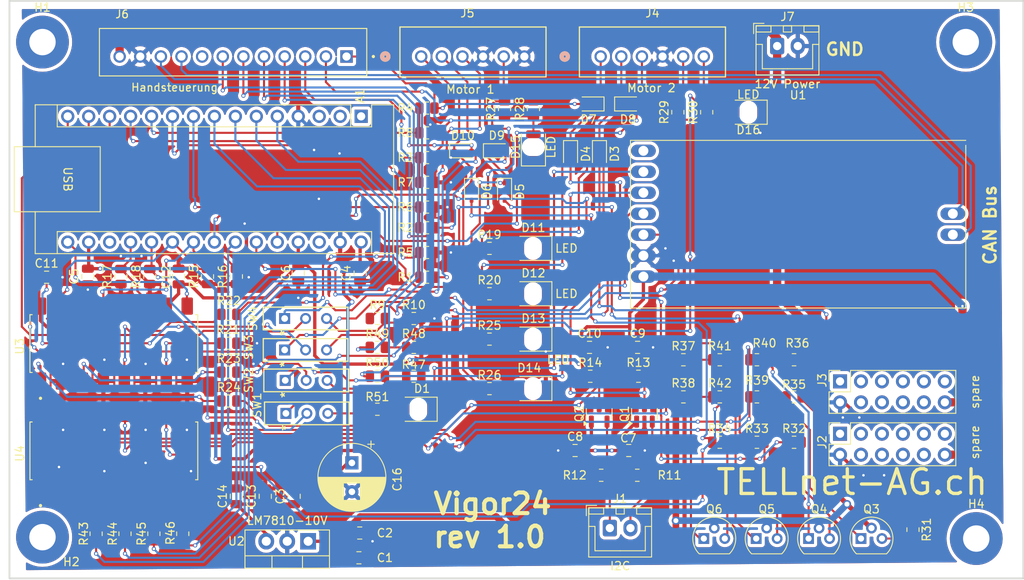
<source format=kicad_pcb>
(kicad_pcb (version 20240108) (generator "pcbnew") (generator_version "8.0")
  (layers (0 "F.Cu" signal) (31 "B.Cu" signal) (34 "B.Paste" user) (35 "F.Paste" user) (36 "B.SilkS" user "B.Silkscreen") (37 "F.SilkS" user "F.Silkscreen") (38 "B.Mask" user) (39 "F.Mask" user) (44 "Edge.Cuts" user))
  (net 0 "")
  (net 1 "RE_zu_sig")
  (net 2 "+5V")
  (net 3 "LI_auf_sig")
  (net 4 "Net-(A1-A0)")
  (net 5 "GND")
  (net 8 "Net-(A1-D10)")
  (net 9 "re-Position poti H")
  (net 10 "Net-(A1-D13)")
  (net 11 "RE_auf_sig")
  (net 12 "Net-(A1-A2)")
  (net 14 "Net-(A1-D9)")
  (net 15 "Net-(A1-A1)")
  (net 16 "+3.3V")
  (net 17 "Net-(A1-A3)")
  (net 20 "Net-(A1-D8)")
  (net 21 "Net-(A1-A5)")
  (net 22 "LI_zu_sig")
  (net 23 "+10V")
  (net 24 "Net-(A1-A4)")
  (net 25 "Net-(A1-D6)")
  (net 26 "Net-(A1-D7)")
  (net 27 "Net-(A1-D11)")
  (net 28 "Net-(A1-D12)")
  (net 29 "li-Position poti H")
  (net 30 "+12V")
  (net 31 "LH12-li ausfahren")
  (net 32 "LI_auf_LH12")
  (net 33 "LI_zu_LH12")
  (net 34 "LH12-li einfahren")
  (net 35 "LH12-re ausfahren")
  (net 36 "RE_auf_LH12")
  (net 37 "LH12-re einfahren")
  (net 38 "RE_zu_LH12")
  (net 39 "li-manuell-schliessen")
  (net 40 "li-manuell-oeffnen")
  (net 41 "re-manuell-schliessen")
  (net 42 "re-manuell-oeffnen")
  (net 43 "Net-(D11-A)")
  (net 44 "Net-(D12-A)")
  (net 45 "Net-(D13-A)")
  (net 46 "Net-(D14-A)")
  (net 47 "Net-(D15-A)")
  (net 48 "Net-(D16-A)")
  (net 49 "I2C SCL")
  (net 50 "I2C SDA")
  (net 71 "Net-(J4-Pin_5)")
  (net 72 "Net-(J4-Pin_6)")
  (net 73 "Net-(J5-Pin_5)")
  (net 74 "Net-(SW1-A)")
  (net 75 "D0")
  (net 76 "D7")
  (net 77 "CAN_H")
  (net 78 "CAN_L")
  (net 80 "D6")
  (net 81 "Net-(Q3-B)")
  (net 82 "Net-(Q3-C)")
  (net 83 "Net-(Q4-C)")
  (net 84 "Net-(Q4-B)")
  (net 85 "Net-(Q5-B)")
  (net 86 "Net-(Q5-C)")
  (net 87 "Net-(Q6-B)")
  (net 88 "Net-(Q6-C)")
  (net 89 "Net-(R21-Pad1)")
  (net 90 "Net-(R22-Pad1)")
  (net 91 "Net-(R23-Pad1)")
  (net 92 "Net-(R24-Pad1)")
  (net 93 "Net-(R39-Pad2)")
  (net 94 "Net-(R40-Pad2)")
  (net 95 "Net-(R41-Pad2)")
  (net 96 "Net-(R42-Pad2)")
  (net 97 "Net-(R43-Pad1)")
  (net 98 "Net-(R44-Pad1)")
  (net 99 "Net-(R45-Pad1)")
  (net 100 "Net-(R46-Pad1)")
  (net 102 "Net-(SW2-A)")
  (net 103 "Net-(SW2-C)")
  (net 104 "Net-(SW3-C)")
  (net 105 "Net-(SW3-A)")
  (net 106 "Net-(SW4-C)")
  (net 107 "Net-(SW4-A)")
  (net 108 "Net-(D1-A)")
  (net 109 "Net-(SW1-C)")
  (footprint "Capacitor_SMD:C_0805_2012Metric" (layer "F.Cu") (at 71 85.05 90)
    (property "Reference" "C3")
    (property "Value" "47nF")
  )
  (footprint "Resistor_SMD:R_0805_2012Metric" (layer "F.Cu") (at 87.0875 55.5)
    (property "Reference" "R5")
    (property "Value" "560")
  )
  (footprint "Diode_SMD:D_SOD-323" (layer "F.Cu") (at 92.5 48.125 -90)
    (property "Reference" "D6")
    (property "Value" "D")
  )
  (footprint "Resistor_SMD:R_0805_2012Metric" (layer "F.Cu") (at 63.0875 63)
    (property "Reference" "R22")
    (property "Value" "1k")
  )
  (footprint "vigor:CONN_B12B-XH-JST" (layer "F.Cu") (at 63.6 31.225)
    (property "Reference" "J6")
    (property "Value" "Handsteuerung")
  )
  (footprint "Package_SO:SOIC254P1016X460-16N" (layer "F.Cu") (at 49.15 79.54 90)
    (property "Reference" "U4")
    (property "Value" "LTV-847")
  )
  (footprint "Resistor_SMD:R_0805_2012Metric" (layer "F.Cu") (at 100 38.0875 90)
    (property "Reference" "R28")
    (property "Value" "2.2k")
  )
  (footprint "Resistor_SMD:R_0805_2012Metric" (layer "F.Cu") (at 122.5875 73)
    (property "Reference" "R42")
    (property "Value" "560")
  )
  (footprint "Package_SO:SOIC254P1016X460-16N" (layer "F.Cu") (at 49.15 66.54 90)
    (property "Reference" "U3")
    (property "Value" "LTV-847")
  )
  (footprint "Capacitor_SMD:C_0805_2012Metric" (layer "F.Cu") (at 78.95 89.5 180)
    (property "Reference" "C2")
    (property "Value" "47nF")
  )
  (footprint "Resistor_SMD:R_0805_2012Metric" (layer "F.Cu") (at 60.5 58.4125 90)
    (property "Reference" "R15")
    (property "Value" "470")
  )
  (footprint "Diode_SMD:D_SOD-323" (layer "F.Cu") (at 96.5 48.125 -90)
    (property "Reference" "D5")
    (property "Value" "D")
  )
  (footprint "Resistor_SMD:R_0805_2012Metric" (layer "F.Cu") (at 118.1775 68.5)
    (property "Reference" "R37")
    (property "Value" "470")
  )
  (footprint "LED_SMD:LED_1206_3216Metric_ReverseMount_Hole1.8x2.4mm" (layer "F.Cu") (at 99.95 55 180)
    (property "Reference" "D11")
    (property "Value" "LED")
  )
  (footprint "Resistor_SMD:R_0805_2012Metric" (layer "F.Cu") (at 94.675 60.5)
    (property "Reference" "R20")
    (property "Value" "2.2k")
  )
  (footprint "Resistor_SMD:R_0805_2012Metric" (layer "F.Cu") (at 47 89.5875 -90)
    (property "Reference" "R43")
    (property "Value" "1k")
  )
  (footprint "Resistor_SMD:R_0805_2012Metric" (layer "F.Cu") (at 85.5 63.5)
    (property "Reference" "R10")
    (property "Value" "560")
  )
  (footprint "Resistor_SMD:R_0805_2012Metric" (layer "F.Cu") (at 53.5 58.4125 90)
    (property "Reference" "R18")
    (property "Value" "470")
  )
  (footprint "Capacitor_SMD:C_0805_2012Metric" (layer "F.Cu") (at 46 58.4125 90)
    (property "Reference" "C5")
    (property "Value" "47nF")
  )
  (footprint "Resistor_SMD:R_0805_2012Metric" (layer "F.Cu") (at 81.0875 63.5)
    (property "Reference" "R9")
    (property "Value" "1.2k")
  )
  (footprint "Package_TO_SOT_SMD:SOT-23" (layer "F.Cu") (at 107.97 75.0625 90)
    (property "Reference" "Q2")
    (property "Value" "BSS138")
  )
  (footprint "Resistor_SMD:R_0805_2012Metric" (layer "F.Cu") (at 81.0875 74.5)
    (property "Reference" "R51")
    (property "Value" "560")
  )
  (footprint "Diode_SMD:D_SOD-323" (layer "F.Cu") (at 108 43.55 -90)
    (property "Reference" "D3")
    (property "Value" "D")
  )
  (footprint "Resistor_SMD:R_0805_2012Metric" (layer "F.Cu") (at 81.0875 67)
    (property "Reference" "R49")
    (property "Value" "1.2k")
  )
  (footprint "LED_SMD:LED_1206_3216Metric_ReverseMount_Hole1.8x2.4mm" (layer "F.Cu") (at 99.95 60.5 180)
    (property "Reference" "D12")
    (property "Value" "LED")
  )
  (footprint "Resistor_SMD:R_0805_2012Metric" (layer "F.Cu") (at 112.725 70.5)
    (property "Reference" "R13")
    (property "Value" "10k")
  )
  (footprint "Resistor_SMD:R_0805_2012Metric" (layer "F.Cu") (at 122.5875 78.5)
    (property "Reference" "R34")
    (property "Value" "470")
  )
  (footprint "Package_TO_SOT_THT:TO-92" (layer "F.Cu") (at 120.65 90.17)
    (property "Reference" "Q6")
    (property "Value" "Q_PNP_BEC")
  )
  (footprint "Resistor_SMD:R_0805_2012Metric" (layer "F.Cu") (at 94.675 55)
    (property "Reference" "R19")
    (property "Value" "2.2k")
  )
  (footprint "Resistor_SMD:R_0805_2012Metric" (layer "F.Cu") (at 87.0875 50)
    (property "Reference" "R6")
    (property "Value" "560")
  )
  (footprint "Capacitor_SMD:C_0805_2012Metric" (layer "F.Cu") (at 79 58 90)
    (property "Reference" "C4")
    (property "Value" "47nF")
  )
  (footprint "MountingHole:MountingHole_3.2mm_M3_Pad" (layer "F.Cu") (at 40.5 30)
    (property "Reference" "H1")
    (property "Value" "MountingHole")
  )
  (footprint "Capacitor_SMD:C_0805_2012Metric" (layer "F.Cu") (at 67.5 85.05 90)
    (property "Reference" "C13")
    (property "Value" "47nF")
  )
  (footprint "Resistor_SMD:R_0805_2012Metric" (layer "F.Cu") (at 131.5875 68.5 180)
    (property "Reference" "R36")
    (property "Value" "470")
  )
  (footprint "Capacitor_THT:CP_Radial_D8.0mm_P3.50mm" (layer "F.Cu") (at 78 81 -90)
    (property "Reference" "C16")
    (property "Value" "2.2uF")
  )
  (footprint "Resistor_SMD:R_0805_2012Metric" (layer "F.Cu") (at 87.0875 41)
    (property "Reference" "R8")
    (property "Value" "560")
  )
  (footprint "Symbol:wuert_WS-SLTV" (layer "F.Cu") (at 69.85 67.31 90)
    (property "Reference" "SW3")
    (property "Value" "SW_Push_SPDT")
  )
  (footprint "Resistor_SMD:R_0805_2012Metric" (layer "F.Cu") (at 87.0875 58.5 180)
    (property "Reference" "R1")
    (property "Value" "1.2k")
  )
  (footprint "MountingHole:MountingHole_3.2mm_M3_Pad" (layer "F.Cu") (at 40.5 90)
    (property "Reference" "H2")
    (property "Value" "MountingHole")
  )
  (footprint "Package_TO_SOT_THT:TO-92" (layer "F.Cu") (at 127 90.17)
    (property "Reference" "Q5")
    (property "Value" "Q_PNP_BEC")
  )
  (footprint "Capacitor_SMD:C_0805_2012Metric" (layer "F.Cu") (at 78.85 92.5 180)
    (property "Reference" "C1")
    (property "Value" "47nF")
  )
  (footprint "Resistor_SMD:R_0805_2012Metric" (layer "F.Cu") (at 87.0875 47)
    (property "Reference" "R7")
    (property "Value" "560")
  )
  (footprint "Diode_SMD:D_SOD-323" (layer "F.Cu") (at 111.45 37.5)
    (property "Reference" "D8")
    (property "Value" "D")
  )
  (footprint "Resistor_SMD:R_0805_2012Metric" (layer "F.Cu") (at 122.5875 68.5)
    (property "Reference" "R41")
    (property "Value" "560")
  )
  (footprint "Package_TO_SOT_SMD:SOT-23" (layer "F.Cu") (at 113.455 75.0625 90)
    (property "Reference" "Q1")
    (property "Value" "BSS138")
  )
  (footprint "Capacitor_SMD:C_0805_2012Metric" (layer "F.Cu") (at 41 58.5)
    (property "Reference" "C11")
    (property "Value" "47nF")
  )
  (footprint "LED_SMD:LED_1206_3216Metric_ReverseMount_Hole1.8x2.4mm" (layer "F.Cu") (at 99.95 66 180)
    (property "Reference" "D13")
    (property "Value" "LED")
  )
  (footprint "Resistor_SMD:R_0805_2012Metric" (layer "F.Cu") (at 131.5875 78.5)
    (property "Reference" "R32")
    (property "Value" "470")
  )
  (footprint "Resistor_SMD:R_0805_2012Metric" (layer "F.Cu") (at 127.0875 78.5)
    (property "Reference" "R33")
    (property "Value" "470")
  )
  (footprint "Resistor_SMD:R_0805_2012Metric" (layer "F.Cu") (at 106.8875 70.5)
    (property "Reference" "R14")
    (property "Value" "10k")
  )
  (footprint "Capacitor_SMD:C_0805_2012Metric" (layer "F.Cu") (at 71.5 58 -90)
    (property "Reference" "C6")
    (property "Value" "47nF")
  )
  (footprint "Resistor_SMD:R_0805_2012Metric" (layer "F.Cu") (at 64 58.4125 90)
    (property "Reference" "R16")
    (property "Value" "470")
  )
  (footprint "Symbol:wuert_WS-SLTV" (layer "F.Cu") (at 70 75 90)
    (property "Reference" "SW1")
    (property "Value" "SW_Push_SPDT")
  )
  (footprint "Connector_PinSocket_2.54mm:PinSocket_2x06_P2.54mm_Vertical" (layer "F.Cu") (at 137.16 77.47 90)
    (property "Reference" "J2")
    (property "Value" "spare")
  )
  (footprint "Diode_SMD:D_SOD-323" (layer "F.Cu") (at 106.95 37.5 180)
    (property "Reference" "D7")
    (property "Value" "D")
  )
  (footprint "LED_SMD:LED_1206_3216Metric_ReverseMount_Hole1.8x2.4mm" (layer "F.Cu") (at 126.05 38.5 180)
    (property "Reference" "D16")
    (property "Value" "LED")
  )
  (footprint "LED_SMD:LED_1206_3216Metric_ReverseMount_Hole1.8x2.4mm" (layer "F.Cu") (at 99.95 72 180)
    (property "Reference" "D14")
    (property "Value" "LED")
  )
  (footprint "Diode_SMD:D_SOD-323" (layer "F.Cu") (at 95.55 43.175)
    (property "Reference" "D9")
    (property "Value" "D")
  )
  (footprint "Resistor_SMD:R_0805_2012Metric" (layer "F.Cu") (at 127.0875 73 180)
    (property "Reference" "R39")
    (property "Value" "560")
  )
  (footprint "MountingHole:MountingHole_3.2mm_M3_Pad" (layer "F.Cu") (at 153.67 90.17)
    (property "Reference" "H4")
    (property "Value" "MountingHole")
  )
  (footprint "Module:Arduino_Nano" (layer "F.Cu") (at 79.12 39 -90)
    (property "Reference" "A1")
    (property "Value" "Arduino_Nano_v3.x")
  )
  (footprint "Capacitor_SMD:C_0805_2012Metric" (layer "F.Cu") (at 111.55 79.5 180)
    (property "Reference" "C7")
    (property "Value" "47nF")
  )
  (footprint "vigor:MCP2515" (layer "F.Cu") (at 132.08 52.07 -90)
    (property "Reference" "U1")
    (property "Value" "~")
  )
  (footprint "Resistor_SMD:R_0805_2012Metric" (layer "F.Cu") (at 54 89.5875 -90)
    (property "Reference" "R45")
    (property "Value" "1k")
  )
  (footprint "Resistor_SMD:R_0805_2012Metric" (layer "F.Cu") (at 127.0875 68.5 180)
    (property "Reference" "R40")
    (property "Value" "560")
  )
  (footprint "Resistor_SMD:R_0805_2012Metric" (layer "F.Cu") (at 57.5 89.5875 -90)
    (property "Reference" "R46")
    (property "Value" "1k")
  )
  (footprint "Connector_JST:JST_XH_B2B-XH-A_1x02_P2.50mm_Vertical" (layer "F.Cu") (at 129.54 30.48)
    (property "Reference" "J7")
    (property "Value" "12V Power")
  )
  (footprint "Resistor_SMD:R_0805_2012Metric" (layer "F.Cu") (at 108.2125 82.5)
    (property "Reference" "R12")
    (property "Value" "10k")
  )
  (footprint "Resistor_SMD:R_0805_2012Metric" (layer "F.Cu") (at 117.5 38.5 90)
    (property "Reference" "R29")
    (property "Value" "2.2k")
  )
  (footprint "Capacitor_SMD:C_0805_2012Metric" (layer "F.Cu") (at 112.625 67)
    (property "Reference" "C9")
    (property "Value" "47nF")
  )
  (footprint "Resistor_SMD:R_0805_2012Metric" (layer "F.Cu") (at 131.5875 73 180)
    (property "Reference" "R35")
    (property "Value" "470")
  )
  (footprint "Diode_SMD:D_SOD-323" (layer "F.Cu") (at 104.5 43.55 -90)
    (property "Reference" "D4")
    (property "Value" "D")
  )
  (footprint "LED_SMD:LED_1206_3216Metric_ReverseMount_Hole1.8x2.4mm" (layer "F.Cu") (at 100 42.725 90)
    (property "Reference" "D15")
    (property "Value" "LED")
  )
  (footprint "Resistor_SMD:R_0805_2012Metric" (layer "F.Cu") (at 87.0875 38 180)
    (property "Reference" "R4")
    (property "Value" "1.2k")
  )
  (footprint "vigor:CONN_B6B-XH-JST" (layer "F.Cu") (at 86.4 31.75)
    (property "Reference" "J5")
    (property "Value" "Motor 1")
  )
  (footprint "Capacitor_SMD:C_0805_2012Metric" (layer "F.Cu") (at 64 85.05 90)
    (property "Reference" "C14")
    (property "Value" "47nF")
  )
  (footprint "Package_TO_SOT_THT:TO-220-3_Vertical" (layer "F.Cu") (at 72.7 90.5 180)
    (property "Reference" "U2")
    (property "Value" "LM7810-10V")
  )
  (footprint "Resistor_SMD:R_0805_2012Metric" (layer "F.Cu") (at 94.675 66)
    (property "Reference" "R25")
    (property "Value" "2.2k")
  )
  (footprint "Resistor_SMD:R_0805_2012Metric" (layer "F.Cu") (at 50.5 89.5875 -90)
    (property "Reference" "R44")
    (property "Value" "1k")
  )
  (footprint "Resistor_SMD:R_0805_2012Metric" (layer "F.Cu") (at 63.0875 66.5)
    (property "Reference" "R21")
    (property "Value" "1k")
  )
  (footprint "Resistor_SMD:R_0805_2012Metric" (layer "F.Cu") (at 85.5 70.5)
    (property "Reference" "R47")
    (property "Value" "560")
  )
  (footprint "Resistor_SMD:R_0805_2012Metric" (layer "F.Cu") (at 146 89.0875 -90)
    (property "Reference" "R31")
    (property "Value" "470")
  )
  (footprint "Capacitor_SMD:C_0805_2012Metric" (layer "F.Cu") (at 105.05 79.5)
    (property "Reference" "C8")
    (property "Value" "47nF")
  )
  (footprint "Resistor_SMD:R_0805_2012Metric" (layer "F.Cu") (at 87.0875 52.5 180)
    (property "Reference" "R2")
    (property "Value" "1.2k")
  )
  (footprint "Connector_PinSocket_2.54mm:PinSocket_2x06_P2.54mm_Vertical" (layer "F.Cu") (at 137.16 71.12 90)
    (property "Reference" "J3")
    (property "Value" "spare")
  )
  (footprint "Resistor_SMD:R_0805_2012Metric" (layer "F.Cu") (at 85.5 67)
    (property "Reference" "R48")
    (property "Value" "560")
  )
  (footprint "Package_TO_SOT_THT:TO-92" (layer "F.Cu") (at 133.35 90.17)
    (property "Reference" "Q4")
    (property "Value" "Q_PNP_BEC")
  )
  (footprint "Resistor_SMD:R_0805_2012Metric" (layer "F.Cu") (at 96.5 38.0875 90)
    (property "Reference" "R27")
    (property "Value" "2.2k")
  )
  (footprint "Resistor_SMD:R_0805_2012Metric" (layer "F.Cu") (at 50 58.4125 90)
    (property "Reference" "R17")
    (property "Value" "470")
  )
  (footprint "vigor:CONN_B6B-XH-JST" (layer "F.Cu") (at 108.150002 31.75)
    (property "Reference" "J4")
    (property "Value" "Motor 2")
  )
  (footprint "Resistor_SMD:R_0805_2012Metric" (layer "F.Cu") (at 63.0875 70)
    (property "Reference" "R23")
    (property "Value" "1k")
  )
  (footprint "LED_SMD:LED_1206_3216Metric_ReverseMount_Hole1.8x2.4mm" (layer "F.Cu") (at 86.05 74.5 180)
    (property "Reference" "D1")
    (property "Value" "LED")
  )
  (footprint "Resistor_SMD:R_0805_2012Metric" (layer "F.Cu") (at 94.675 72)
    (property "Reference" "R26")
    (property "Value" "2.2k")
  )
  (footprint "Resistor_SMD:R_0805_2012Metric" (layer "F.Cu") (at 87.0875 44 180)
    (property "Reference" "R3")
    (property "Value" "1.2k")
  )
  (footprint "Resistor_SMD:R_0805_2012Metric" (layer "F.Cu") (at 121 38.5 90)
    (property "Reference" "R30")
    (property "Value" "2.2k")
  )
  (footprint "Resistor_SMD:R_0805_2012Metric" (layer "F.Cu") (at 63.0875 73.5)
    (property "Reference" "R24")
    (property "Value" "1k")
  )
  (footprint "Symbol:wuert_WS-SLTV" (layer "F.Cu") (at 69.85 63.5 90)
    (property "Reference" "SW4")
    (property "Value" "SW_Push_SPDT")
  )
  (footprint "MountingHole:MountingHole_3.2mm_M3_Pad" (layer "F.Cu") (at 152.4 30)
    (property "Reference" "H3")
    (property "Value" "MountingHole")
  )
  (footprint "Capacitor_SMD:C_0805_2012Metric" (layer "F.Cu") (at 57 58.4125 90)
    (property "Reference" "C12")
    (property "Value" "47nF")
  )
  (footprint "Symbol:wuert_WS-SLTV" (layer "F.Cu") (at 69.92 71 90)
    (property "Reference" "SW2")
    (property "Value" "SW_Push_SPDT")
  )
  (footprint "Resistor_SMD:R_0805_2012Metric" (layer "F.Cu") (at 118.1775 73)
    (property "Reference" "R38")
    (property "Value" "470")
  )
  (footprint "Capacitor_SMD:C_0805_2012Metric" (layer "F.Cu") (at 106.8 67)
    (property "Reference" "C10")
    (property "Value" "47nF")
  )
  (footprint "Connector_JST:JST_XH_B2B-XH-A_1x02_P2.50mm_Vertical" (layer "F.Cu") (at 109.26 88.9)
    (property "Reference" "J1")
    (property "Value" "I2C")
  )
  (footprint "Diode_SMD:D_SOD-323" (layer "F.Cu") (at 91.45 43.175)
    (property "Reference" "D10")
    (property "Value" "D")
  )
  (footprint "Resistor_SMD:R_0805_2012Metric" (layer "F.Cu") (at 81.0875 70.5)
    (property "Reference" "R50")
    (property "Value" "1.2k")
  )
  (footprint "Package_TO_SOT_THT:TO-92" (layer "F.Cu") (at 139.7 90.17)
    (property "Reference" "Q3")
    (property "Value" "Q_PNP_BEC")
  )
  (footprint "Resistor_SMD:R_0805_2012Metric" (layer "F.Cu") (at 112.5875 82.5)
    (property "Reference" "R11")
    (property "Value" "10k")
  )
  (gr_rect (start 36.5 25) (end 159.38 95) (stroke (width 0.2)) (fill none) (layer "Edge.Cuts"))
  (gr_text "CAN Bus" (at 156.21 57.15 90) (layer "F.SilkS") (effects (font (size 1.5 1.5) (thickness 0.3) (bold yes)) (justify left bottom)))
  (gr_text "GND" (at 135.255 31.75 0) (layer "F.SilkS") (effects (font (size 1.5 1.5) (thickness 0.3) (bold yes)) (justify left bottom)))
  (gr_text "TELLnet-AG.ch" (at 121.92 85.09 0) (layer "F.SilkS") (effects (font (size 3 3) (thickness 0.4)) (justify left bottom)))
  (gr_text "Vigor24\nrev 1.0" (at 87.63 91.44 0) (layer "F.SilkS") (effects (font (size 2.5 2.5) (thickness 0.5) (bold yes)) (justify left bottom)))
  (segment (start 58 91) (end 57.5 90.5) (width 0.25) (layer "F.Cu") (net 1))
  (segment (start 59 91) (end 58 91) (width 0.25) (layer "F.Cu") (net 1))
  (via (at 59 91) (size 0.5) (drill 0.3) (layers "F.Cu" "B.Cu") (net 1))
  (segment (start 61.34 42.34) (end 61.34 39) (width 0.25) (layer "B.Cu") (net 1))
  (segment (start 59 91) (end 64 86) (width 0.25) (layer "B.Cu") (net 1))
  (segment (start 66.5 47.5) (end 61.34 42.34) (width 0.25) (layer "B.Cu") (net 1))
  (segment (start 82 50.5) (end 79 47.5) (width 0.25) (layer "B.Cu") (net 1))
  (segment (start 64 86) (end 64 62.5) (width 0.25) (layer "B.Cu") (net 1))
  (segment (start 64 62.5) (end 68 58.5) (width 0.25) (layer "B.Cu") (net 1))
  (segment (start 79 47.5) (end 66.5 47.5) (width 0.25) (layer "B.Cu") (net 1))
  (segment (start 68 58.5) (end 79.5 58.5) (width 0.25) (layer "B.Cu") (net 1))
  (segment (start 79.5 58.5) (end 82 56) (width 0.25) (layer "B.Cu") (net 1))
  (segment (start 82 56) (end 82 50.5) (width 0.25) (layer "B.Cu") (net 1))
  (segment (start 44.5 64.5) (end 45.34 64.5) (width 0.4) (layer "F.Cu") (net 2))
  (segment (start 111.675 67) (end 111.675 64.5) (width 0.4) (layer "F.Cu") (net 2))
  (segment (start 112.58 58.42) (end 113.33 58.42) (width 0.4) (layer "F.Cu") (net 2))
  (segment (start 40.05 61.605) (end 40.125 61.68) (width 0.4) (layer "F.Cu") (net 2))
  (segment (start 106.5 64.5) (end 111.675 64.5) (width 0.4) (layer "F.Cu") (net 2))
  (segment (start 152 73.32) (end 152 64.5) (width 1) (layer "F.Cu") (net 2))
  (segment (start 49 64.5) (end 50.42 63.08) (width 0.4) (layer "F.Cu") (net 2))
  (segment (start 105.975 70.5) (end 105.975 69) (width 0.4) (layer "F.Cu") (net 2))
  (segment (start 40.05 58.5) (end 40.05 61.605) (width 0.4) (layer "F.Cu") (net 2))
  (segment (start 152 64.5) (end 152 62) (width 1) (layer "F.Cu") (net 2))
  (segment (start 111.675 67) (end 111.675 70.3625) (width 0.4) (layer "F.Cu") (net 2))
  (segment (start 85 68.5) (end 84.475 69.025) (width 0.4) (layer "F.Cu") (net 2))
  (segment (start 151.66 73.66) (end 152 73.32) (width 0.4) (layer "F.Cu") (net 2))
  (segment (start 41 64.5) (end 44.5 64.5) (width 0.4) (layer "F.Cu") (net 2))
  (segment (start 111.675 64.5) (end 111.675 62.825) (width 0.4) (layer "F.Cu") (net 2))
  (segment (start 44.5 64.5) (end 49 64.5) (width 0.4) (layer "F.Cu") (net 2))
  (segment (start 51.475 63.975) (end 54.525 63.975) (width 0.4) (layer "F.Cu") (net 2))
  (segment (start 84.475 69.025) (end 74.525 69.025) (width 0.4) (layer "F.Cu") (net 2))
  (segment (start 55.5 63) (end 55.5 62) (width 0.4) (layer "F.Cu") (net 2))
  (segment (start 72.55 57.05) (end 71.5 57.05) (width 0.4) (layer "F.Cu") (net 2))
  (segment (start 149.86 73.66) (end 151.66 73.66) (width 1) (layer "F.Cu") (net 2))
  (segment (start 105.85 65.15) (end 106.5 64.5) (width 0.4) (layer "F.Cu") (net 2))
  (segment (start 57 60.5) (end 57 59.3625) (width 0.4) (layer "F.Cu") (net 2))
  (segment (start 111.675 62.825) (end 113.33 61.17) (width 0.4) (layer "F.Cu") (net 2))
  (segment (start 152.5 79) (end 151.49 80.01) (width 1) (layer "F.Cu") (net 2))
  (segment (start 73.5 58) (end 72.55 57.05) (width 0.4) (layer "F.Cu") (net 2))
  (segment (start 105.975 67.125) (end 105.85 67) (width 0.4) (layer "F.Cu") (net 2))
  (segment (start 105.5 69) (end 105.975 69) (width 0.4) (layer "F.Cu") (net 2))
  (segment (start 105.975 69) (end 105.975 67.125) (width 0.4) (layer "F.Cu") (net 2))
  (segment (start 151.49 80.01) (end 149.86 80.01) (width 1) (layer "F.Cu") (net 2))
  (segment (start 54.525 63.975) (end 55.5 63) (width 0.4) (layer "F.Cu") (net 2))
  (segment (start 50.42 63.08) (end 50.42 62) (width 0.4) (layer "F.Cu") (net 2))
  (segment (start 71.5 57.05) (end 67.55 61) (width 0.4) (layer "F.Cu") (net 2))
  (segment (start 151.66 73.66) (end 152.5 74.5) (width 1) (layer "F.Cu") (net 2))
  (segment (start 111.675 70.3625) (end 111.8125 70.5) (width 0.4) (layer "F.Cu") (net 2))
  (segment (start 58.3625 59.3625) (end 57 59.3625) (width 0.4) (layer "F.Cu") (net 2))
  (segment (start 40.26 62) (end 40.26 63.76) (width 0.4) (layer "F.Cu") (net 2))
  (segment (start 71.5 54.24) (end 71.5 57.05) (width 0.4) (layer "F.Cu") (net 2))
  (segment (start 50.42 62) (end 50.42 62.92) (width 0.4) (layer "F.Cu") (net 2))
  (segment (start 105.85 67) (end 105.85 65.15) (width 0.4) (layer "F.Cu") (net 2))
  (segment (start 50.42 62.92) (end 51.475 63.975) (width 0.4) (layer "F.Cu") (net 2))
  (segment (start 45.34 64.5) (end 45.34 62) (width 0.4) (layer "F.Cu") (net 2))
  (segment (start 113.33 61.17) (end 113.33 58.42) (width 0.4) (layer "F.Cu") (net 2))
  (segment (start 60 61) (end 58.3625 59.3625) (width 0.4) (layer "F.Cu") (net 2))
  (segment (start 40.26 63.76) (end 41 64.5) (width 0.4) (layer "F.Cu") (net 2))
  (segment (start 152.5 74.5) (end 152.5 79) (width 1) (layer "F.Cu") (net 2))
  (segment (start 67.55 61) (end 60 61) (width 0.4) (layer "F.Cu") (net 2))
  (segment (start 74.525 69.025) (end 73.5 68) (width 0.4) (layer "F.Cu") (net 2))
  (segment (start 73.5 68) (end 73.5 58) (width 0.4) (layer "F.Cu") (net 2))
  (segment (start 55.5 62) (end 57 60.5) (width 0.4) (layer "F.Cu") (net 2))
  (via (at 152 62) (size 0.5) (drill 0.3) (layers "F.Cu" "B.Cu") (net 2))
  (via (at 105.5 69) (size 0.5) (drill 0.3) (layers "F.Cu" "B.Cu") (net 2))
  (via (at 85 68.5) (size 0.5) (drill 0.3) (layers "F.Cu" "B.Cu") (net 2))
  (segment (start 152 62) (end 148.42 58.42) (width 1) (layer "B.Cu") (net 2))
  (segment (start 148.42 58.42) (end 113.33 58.42) (width 1) (layer "B.Cu") (net 2))
  (segment (start 105 68.5) (end 105.5 69) (width 0.4) (layer "B.Cu") (net 2))
  (segment (start 85 68.5) (end 105 68.5) (width 0.4) (layer "B.Cu") (net 2))
  (segment (start 47 92) (end 47 90.5) (width 0.25) (layer "F.Cu") (net 3))
  (via (at 47 92) (size 0.5) (drill 0.3) (layers "F.Cu" "B.Cu") (net 3))
  (segment (start 81 60) (end 69.5 60) (width 0.25) (layer "B.Cu") (net 3))
  (segment (start 83.5 49) (end 83.5 57.5) (width 0.25) (layer "B.Cu") (net 3))
  (segment (start 68.96 39) (end 68.96 41.96) (width 0.25) (layer "B.Cu") (net 3))
  (segment (start 65.5 64) (end 65.5 87.5) (width 0.25) (layer "B.Cu") (net 3))
  (segment (start 68.96 41.96) (end 71.5 44.5) (width 0.25) (layer "B.Cu") (net 3))
  (segment (start 48 93) (end 47 92) (width 0.25) (layer "B.Cu") (net 3))
  (segment (start 83.5 57.5) (end 81 60) (width 0.25) (layer "B.Cu") (net 3))
  (segment (start 71.5 44.5) (end 79 44.5) (width 0.25) (layer "B.Cu") (net 3))
  (segment (start 65.5 87.5) (end 60 93) (width 0.25) (layer "B.Cu") (net 3))
  (segment (start 79 44.5) (end 83.5 49) (width 0.25) (layer "B.Cu") (net 3))
  (segment (start 69.5 60) (end 65.5 64) (width 0.25) (layer "B.Cu") (net 3))
  (segment (start 60 93) (end 48 93) (width 0.25) (layer "B.Cu") (net 3))
  (segment (start 52.96 61.1225) (end 52 60.1625) (width 0.25) (layer "F.Cu") (net 4))
  (segment (start 52 60.1625) (end 52 59.5) (width 0.25) (layer "F.Cu") (net 4))
  (segment (start 51.18 56.32) (end 50 57.5) (width 0.25) (layer "F.Cu") (net 4))
  (segment (start 52.96 62) (end 52.96 61.1225) (width 0.25) (layer "F.Cu") (net 4))
  (segment (start 52 59.5) (end 50 57.5) (width 0.25) (layer "F.Cu") (net 4))
  (segment (start 51.18 54.24) (end 51.18 56.32) (width 0.25) (layer "F.Cu") (net 4))
  (segment (start 52.96 71.08) (end 52.96 69.04) (width 0.4) (layer "F.Cu") (net 5))
  (segment (start 127.5 41) (end 127.5 38.6) (width 0.4) (layer "F.Cu") (net 5))
  (segment (start 79.485 52.525) (end 76.975 52.525) (width 0.4) (layer "F.Cu") (net 5))
  (segment (start 58.04 83.04) (end 57.04 82.04) (width 0.4) (layer "F.Cu") (net 5))
  (segment (start 65.575001 68.500001) (end 66.075 69) (width 0.4) (layer "F.Cu") (net 5))
  (segment (start 58.04 71.08) (end 58.04 69.5) (width 0.4) (layer "F.Cu") (net 5))
  (segment (start 52.96 75) (end 52.96 76.96) (width 0.4) (layer "F.Cu") (net 5))
  (segment (start 42 58.5) (end 42.8625 59.3625) (width 0.4) (layer "F.Cu") (net 5))
  (segment (start 41.95 58.5) (end 42.925 58.5) (width 0.4) (layer "F.Cu") (net 5))
  (segment (start 47.88 75) (end 47.88 76.88) (width 0.4) (layer "F.Cu") (net 5))
  (segment (start 64 84.1) (end 67.5 84.1) (width 0.4) (layer "F.Cu") (net 5))
  (segment (start 42.8 82.2) (end 43 82) (width 0.4) (layer "F.Cu") (net 5))
  (segment (start 58.04 68.54) (end 58 68.5) (width 0.4) (layer "F.Cu") (net 5))
  (segment (start 80.5 53.54) (end 79.485 52.525) (width 0.4) (layer "F.Cu") (net 5))
  (segment (start 80.5 57.45) (end 80.5 56.419239) (width 0.4) (layer "F.Cu") (net 5))
  (segment (start 101.5 66) (end 101.5 67.5) (width 0.4) (layer "F.Cu") (net 5))
  (segment (start 48.5 59.325) (end 46.0375 59.325) (width 0.4) (layer "F.Cu") (net 5))
  (segment (start 58.04 76.96) (end 58 77) (width 0.4) (layer "F.Cu") (net 5))
  (segment (start 58.065 69.435) (end 58.999999 68.500001) (width 0.4) (layer "F.Cu") (net 5))
  (segment (start 76.58 52.92) (end 76.58 54.24) (width 0.4) (layer "F.Cu") (net 5))
  (segment (start 58.04 82.46) (end 58.5 82) (width 0.4) (layer "F.Cu") (net 5))
  (segment (start 52.96 76.96) (end 53 77) (width 0.4) (layer "F.Cu") (net 5))
  (segment (start 57.9625 57.4625) (end 57 57.4625) (width 0.4) (layer "F.Cu") (net 5))
  (segment (start 64 84.1) (end 63.6 84.1) (width 0.4) (layer "F.Cu") (net 5))
  (segment (start 48 83.96) (end 47.88 84.08) (width 0.4) (layer "F.Cu") (net 5))
  (segment (start 137.16 75.16) (end 137.5 75.5) (width 0.4) (layer "F.Cu") (net 5))
  (segment (start 58.04 75) (end 58.04 76.96) (width 0.4) (layer "F.Cu") (net 5))
  (segment (start 52.5 55.925) (end 52 56.425) (width 0.4) (layer "F.Cu") (net 5))
  (segment (start 58.04 69.5) (end 58.04 68.54) (width 0.4) (layer "F.Cu") (net 5))
  (segment (start 52 57.825) (end 53.5 59.325) (width 0.4) (layer "F.Cu") (net 5))
  (segment (start 74 49) (end 73.414684 48.414684) (width 0.4) (layer "F.Cu") (net 5))
  (segment (start 46.0375 59.325) (end 46 59.3625) (width 0.4) (layer "F.Cu") (net 5))
  (segment (start 52.96 73) (end 52.96 75) (width 0.4) (layer "F.Cu") (net 5))
  (segment (start 65.22 52.22) (end 65 52) (width 0.4) (layer "F.Cu") (net 5))
  (segment (start 71.5 58.95) (end 71.5 61) (width 0.4) (layer "F.Cu") (net 5))
  (segment (start 139.65 82.5) (end 142.5 82.5) (width 0.4) (layer "F.Cu") (net 5))
  (segment (start 64 66.5) (end 66.5 66.5) (width 0.4) (layer "F.Cu") (net 5))
  (segment (start 53 82) (end 52.96 82.04) (width 0.4) (layer "F.Cu") (net 5))
  (segment (start 88.65 73.45) (end 88.65 68.15) (width 0.4) (layer "F.Cu") (net 5))
  (segment (start 137.16 80.01) (end 139.65 82.5) (width 0.4) (layer "F.Cu") (net 5))
  (segment (start 52.96 82.04) (end 52.96 84.08) (width 0.4) (layer "F.Cu") (net 5))
  (segment (start 52.96 84.08) (end 52.96 81.04) (width 0.4) (layer "F.Cu") (net 5))
  (segment (start 63.6 84.1) (end 63.58 84.08) (width 0.4) (layer "F.Cu") (net 5))
  (segment (start 87.6 74.5) (end 88.65 73.45) (width 0.4) (layer "F.Cu") (net 5))
  (segment (start 88.65 68.15) (end 87.5 67) (width 0.4) (layer "F.Cu") (net 5))
  (segment (start 58.04 84.08) (end 58.04 83.04) (width 0.4) (layer "F.Cu") (net 5))
  (segment (start 79.8 92.5) (end 79.8 89.6) (width 0.4) (layer "F.Cu") (net 5))
  (segment (start 65.22 58.22) (end 65.22 52.22) (width 0.4) (layer "F.Cu") (net 5))
  (segment (start 79 58.95) (end 80.5 57.45) (width 0.4) (layer "F.Cu") (net 5))
  (segment (start 48 82) (end 48 83.96) (width 0.4) (layer "F.Cu") (net 5))
  (segment (start 137.16 73.66) (end 137.16 75.16) (width 0.4) (layer "F.Cu") (net 5))
  (segment (start 88 47) (end 90 47) (width 0.4) (layer "F.Cu") (net 5))
  (segment (start 88 40.5) (end 87.5 40) (width 0.4) (layer "F.Cu") (net 5))
  (segment (start 58.04 69.435) (end 58.065 69.435) (width 0.4) (layer "F.Cu") (net 5))
  (segment (start 137.621231 82.378769) (end 137.742462 82.5) (width 0.4) (layer "F.Cu") (net 5))
  (segment (start 80.35 56.269239) (end 80.35 55.5) (width 0.4) (layer "F.Cu") (net 5))
  (segment (start 49 56.5) (end 49.575 55.925) (width 0.4) (layer "F.Cu") (net 5))
  (segment (start 58.04 84.08) (end 58.04 82.46) (width 0.4) (layer "F.Cu") (net 5))
  (segment (start 63.58 84.08) (end 58.04 84.08) (width 0.4) (layer "F.Cu") (net 5))
  (segment (start 47.88 76.88) (end 48 77) (width 0.4) (layer "F.Cu") (net 5))
  (segment (start 52.96 71.08) (end 52.96 73) (width 0.4) (layer "F.Cu") (net 5))
  (segment (start 137.742462 82.5) (end 140 82.5) (width 0.4) (layer "F.Cu") (net 5))
  (segment (start 79.9 89.5) (end 79.9 89.9) (width 0.4) (layer "F.Cu") (net 5))
  (segment (start 50 59.325) (end 48.5 59.325) (width 0.4) (layer "F.Cu") (net 5))
  (segment (start 48.5 59.325) (end 48.5 57) (width 0.4) (layer "F.Cu") (net 5))
  (segment (start 137.16 73.66) (end 137.66 73.66) (width 0.4) (layer "F.Cu") (net 5))
  (segment (start 58.999999 68.500001) (end 65.575001 68.500001) (width 0.4) (layer "F.Cu") (net 5))
  (segment (start 90 47) (end 90 44) (width 0.4) (layer "F.Cu") (net 5))
  (segment (start 86.4125 63.5) (end 88 63.5) (width 0.4) (layer "F.Cu") (net 5))
  (segment (start 47.88 75) (end 47.88 73) (width 0.4) (layer "F.Cu") (net 5))
  (segment (start 87.5 67) (end 86.4125 67) (width 0.4) (layer "F.Cu") (net 5))
  (segment (start 46 59.3625) (end 46 60) (width 0.4) (layer "F.Cu") (net 5))
  (segment (start 76.975 52.525) (end 76.58 52.92) (width 0.4) (layer "F.Cu") (net 5))
  (segment (start 90 55.5) (end 88 55.5) (width 0.4) (layer "F.Cu") (net 5))
  (segment (start 137.66 73.66) (end 139.5 75.5) (width 0.4) (layer "F.Cu") (net 5))
  (segment (start 88 50) (end 89.575 50) (width 0.4) (layer "F.Cu") (net 5))
  (segment (start 42.8 71.08) (end 42.8 69.2) (width 0.4) (layer "F.Cu") (net 5))
  (segment (start 101.5 66) (end 101.5 60.5) (width 0.4) (layer "F.Cu") (net 5))
  (segment (start 65.5 58.5) (end 65.22 58.22) (width 0.4) (layer "F.Cu") (net 5))
  (segment (start 58.04 71.08) (end 58.04 73) (width 0.4) (layer "F.Cu") (net 5))
  (segment (start 86.4125 63.5) (end 86.4125 67) (width 0.4) (layer "F.Cu") (net 5))
  (segment (start 42.8 81.8) (end 42.5 81.5) (width 0.4) (layer "F.Cu") (net 5))
  (segment (start 112.5 79.5) (end 113.5 79.5) (width 0.4) (layer "F.Cu") (net 5))
  (segment (start 47.88 73) (end 52.96 73) (width 0.4) (layer "F.Cu") (net 5))
  (segment (start 73.414684 48.414684) (end 73.414684 43.075) (width 0.4) (layer "F.Cu") (net 5))
  (segment (start 79.9 89.9) (end 80.5 90.5) (width 0.4) (layer "F.Cu") (net 5))
  (segment (start 57.04 82.04) (end 52.96 82.04) (width 0.4) (layer "F.Cu") (net 5))
  (segment (start 47.88 73) (end 47.88 71.08) (width 0.4) (layer "F.Cu") (net 5))
  (segment (start 80.5 55.35) (end 80.5 53.54) (width 0.4) (layer "F.Cu") (net 5))
  (segment (start 137.16 81.917538) (end 137.621231 82.378769) (width 0.4) (layer "F.Cu") (net 5))
  (segment (start 67.5 84.1) (end 71 84.1) (width 0.4) (layer "F.Cu") (net 5))
  (segment (start 48.5 57) (end 49 56.5) (width 0.4) (layer "F.Cu") (net 5))
  (segment (start 107.75 67) (end 109 67) (width 0.4) (layer "F.Cu") (net 5))
  (segment (start 48 82) (end 53 82) (width 0.4) (layer "F.Cu") (net 5))
  (segment (start 52.96 69.04) (end 53 69) (width 0.4) (layer "F.Cu") (net 5))
  (segment (start 42.8 69.2) (end 43 69) (width 0.4) (layer "F.Cu") (net 5))
  (segment (start 52.96 73) (end 58.04 73) (width 0.4) (layer "F.Cu") (net 5))
  (segment (start 80.35 55.5) (end 80.5 55.35) (width 0.4) (layer "F.Cu") (net 5))
  (segment (start 59.825 59.325) (end 57.9625 57.4625) (width 0.4) (layer "F.Cu") (net 5))
  (segment (start 52.96 81.04) (end 53 81) (width 0.4) (layer "F.Cu") (net 5))
  (segment (start 113.575 67) (end 114.5 67) (width 0.4) (layer "F.Cu") (net 5))
  (segment (start 80.5 56.419239) (end 80.35 56.269239) (width 0.4) (layer "F.Cu") (net 5))
  (segment (start 42.8 73) (end 47.88 73) (width 0.4) (layer "F.Cu") (net 5))
  (segment (start 50 59.325) (end 50.25 59.325) (width 0.4) (layer "F.Cu") (net 5))
  (segment (start 42.8 76.8) (end 43 77) (width 0.4) (layer "F.Cu") (net 5))
  (segment (start 60.5 59.325) (end 59.825 59.325) (width 0.4) (layer "F.Cu") (net 5))
  (segment (start 58.04 69.5) (end 58.04 69.435) (width 0.4) (layer "F.Cu") (net 5))
  (segment (start 58.04 73) (end 58.04 75) (width 0.4) (layer "F.Cu") (net 5))
  (segment (start 127.5 38.6) (end 127.6 38.5) (width 0.4) (layer "F.Cu") (net 5))
  (segment (start 86.4125 70.5) (end 86.4125 67) (width 0.4) (layer "F.Cu") (net 5))
  (segment (start 42.8 75) (end 42.8 76.8) (width 0.4) (layer "F.Cu") (net 5))
  (segment (start 47.88 68.62) (end 48 68.5) (width 0.4) (layer "F.Cu") (net 5))
  (segment (start 42.8625 59.3625) (end 46 59.3625) (width 0.4) (layer "F.Cu") (net 5))
  (segment (start 104.1 79.5) (end 103 79.5) (width 0.4) (layer "F.Cu") (net 5))
  (segment (start 47.88 71.08) (end 47.88 68.62) (width 0.4) (layer "F.Cu") (net 5))
  (segment (start 79.8 89.6) (end 79.9 89.5) (width 0.4) (layer "F.Cu") (net 5))
  (segment (start 42.8 84.08) (end 42.8 82.2) (width 0.4) (layer "F.Cu") (net 5))
  (segment (start 64.675 59.325) (end 65.5 58.5) (width 0.4) (layer "F.Cu") (net 5))
  (segment (start 64 59.325) (end 64.675 59.325) (width 0.4) (layer "F.Cu") (net 5))
  (segment (start 137.16 80.01) (end 137.16 81.917538) (width 0.4) (layer "F.Cu") (net 5))
  (segment (start 41.95 58.5) (end 42 58.5) (width 0.4) (layer "F.Cu") (net 5))
  (segment (start 42.8 84.08) (end 42.8 81.8) (width 0.4) (layer "F.Cu") (net 5))
  (segment (start 42.8 73) (end 42.8 75) (width 0.4) (layer "F.Cu") (net 5))
  (segment (start 52 56.425) (end 52 57.825) (width 0.4) (layer "F.Cu") (net 5))
  (segment (start 88 41) (end 88 40.5) (width 0.4) (layer "F.Cu") (net 5))
  (segment (start 42.8 71.08) (end 42.8 73) (width 0.4) (layer "F.Cu") (net 5))
  (segment (start 43 82) (end 48 82) (width 0.4) (layer "F.Cu") (net 5))
  (segment (start 49.575 55.925) (end 50 55.925) (width 0.4) (layer "F.Cu") (net 5))
  (via (at 43 69) (size 0.5) (drill 0.3) (layers "F.Cu" "B.Cu") (net 5))
  (via (at 90 47) (size 0.5) (drill 0.3) (layers "F.Cu" "B.Cu") (net 5))
  (via (at 52.5 55.925) (size 0.5) (drill 0.3) (layers "F.Cu" "B.Cu") (net 5))
  (via (at 114.5 67) (size 0.5) (drill 0.3) (layers "F.Cu" "B.Cu") (net 5))
  (via (at 58 68.5) (size 0.5) (drill 0.3) (layers "F.Cu" "B.Cu") (net 5))
  (via (at 53 77) (size 0.5) (drill 0.3) (layers "F.Cu" "B.Cu") (net 5))
  (via (at 48 68.5) (size 0.5) (drill 0.3) (layers "F.Cu" "B.Cu") (net 5))
  (via (at 90 55.5) (size 0.5) (drill 0.3) (layers "F.Cu" "B.Cu") (net 5))
  (via (at 42.925 58.5) (size 0.5) (drill 0.3) (layers "F.Cu" "B.Cu") (net 5))
  (via (at 50 55.925) (size 0.5) (drill 0.3) (layers "F.Cu" "B.Cu") (net 5))
  (via (at 90 44) (size 0.5) (drill 0.3) (layers "F.Cu" "B.Cu") (net 5))
  (via (at 66.075 69) (size 0.5) (drill 0.3) (layers "F.Cu" "B.Cu") (net 5))
  (via (at 113.5 79.5) (size 0.5) (drill 0.3) (layers "F.Cu" "B.Cu") (net 5))
  (via (at 42.5 81.5) (size 0.5) (drill 0.3) (layers "F.Cu" "B.Cu") (net 5))
  (via (at 116 55) (size 0.5) (drill 0.3) (layers "F.Cu" "B.Cu") (net 5))
  (via (at 48 82) (size 0.5) (drill 0.3) (layers "F.Cu" "B.Cu") (net 5))
  (via (at 109 67) (size 0.5) (drill 0.3) (layers "F.Cu" "B.Cu") (net 5))
  (via (at 117 56.5) (size 0.5) (drill 0.3) (layers "F.Cu" "B.Cu") (net 5))
  (via (at 74 49) (size 0.5) (drill 0.3) (layers "F.Cu" "B.Cu") (net 5))
  (via (at 89.575 50) (size 0.5) (drill 0.3) (layers "F.Cu" "B.Cu") (net 5))
  (via (at 53 69) (size 0.5) (drill 0.3) (layers "F.Cu" "B.Cu") (net 5))
  (via (at 140 82.5) (size 0.5) (drill 0.3) (layers "F.Cu" "B.Cu") (net 5))
  (via (at 71.5 61) (size 0.5) (drill 0.3) (layers "F.Cu" "B.Cu") (net 5))
  (via (at 137.5 75.5) (size 0.5) (drill 0.3) (layers "F.Cu" "B.Cu") (net 5))
  (via (at 53 81) (size 0.5) (drill 0.3) (layers "F.Cu" "B.Cu") (net 5))
  (via (at 80.5 90.5) (size 0.5) (drill 0.3) (layers "F.Cu" "B.Cu") (net 5))
  (via (at 103 79.5) (size 0.5) (drill 0.3) (layers "F.Cu" "B.Cu") (net 5))
  (via (at 101.5 67.5) (size 0.5) (drill 0.3) (layers "F.Cu" "B.Cu") (net 5))
  (via (at 58.5 82) (size 0.5) (drill 0.3) (layers "F.Cu" "B.Cu") (net 5))
  (via (at 43 77) (size 0.5) (drill 0.3) (layers "F.Cu" "B.Cu") (net 5))
  (via (at 46 60) (size 0.5) (drill 0.3) (layers "F.Cu" "B.Cu") (net 5))
  (via (at 88 63.5) (size 0.5) (drill 0.3) (layers "F.Cu" "B.Cu") (net 5))
  (via (at 139.5 75.5) (size 0.5) (drill 0.3) (layers "F.Cu" "B.Cu") (net 5))
  (via (at 65 52) (size 0.5) (drill 0.3) (layers "F.Cu" "B.Cu") (net 5))
  (via (at 73.414684 43.075) (size 0.5) (drill 0.3) (layers "F.Cu" "B.Cu") (net 5))
  (via (at 66.5 66.5) (size 0.5) (drill 0.3) (layers "F.Cu" "B.Cu") (net 5))
  (via (at 142.5 82.5) (size 0.5) (drill 0.3) (layers "F.Cu" "B.Cu") (net 5))
  (via (at 76.5 43.5) (size 0.5) (drill 0.3) (layers "F.Cu" "B.Cu") (net 5))
  (via (at 48 77) (size 0.5) (drill 0.3) (layers "F.Cu" "B.Cu") (net 5))
  (via (at 127.5 41) (size 0.5) (drill 0.3) (layers "F.Cu" "B.Cu") (net 5))
  (via (at 58 77) (size 0.5) (drill 0.3) (layers "F.Cu" "B.Cu") (net 5))
  (via (at 87.5 40) (size 0.5) (drill 0.3) (layers "F.Cu" "B.Cu") (net 5))
  (via (at 65.5 58.5) (size 0.5) (drill 0.3) (layers "F.Cu" "B.Cu") (net 5))
  (segment (start 76 43.5) (end 76.5 43.5) (width 0.4) (layer "B.Cu") (net 5))
  (segment (start 127.5 48.419239) (end 127.5 41) (width 0.4) (layer "B.Cu") (net 5))
  (segment (start 152 75.5) (end 153.5 77) (width 0.4) (layer "B.Cu") (net 5))
  (segment (start 150.5 82.5) (end 142.5 82.5) (width 0.4) (layer "B.Cu") (net 5))
  (segment (start 74 49) (end 76.58 51.58) (width 0.4) (layer "B.Cu") (net 5))
  (segment (start 88 63.5) (end 89.5 62) (width 0.4) (layer "B.Cu") (net 5))
  (segment (start 66.5 64.080761) (end 69.580761 61) (width 0.4) (layer "B.Cu") (net 5))
  (segment (start 48 77) (end 48 82) (width 0.4) (layer "B.Cu") (net 5))
  (segment (start 66.075 69) (end 66.075 66.925) (width 0.4) (layer "B.Cu") (net 5))
  (segment (start 72.5 42.160316) (end 72.5 42) (width 0.4) (layer "B.Cu") (net 5))
  (segment (start 153.5 80) (end 151.5 82) (width 0.4) (layer "B.Cu") (net 5))
  (segment (start 66.075 66.925) (end 66.5 66.5) (width 0.4) (layer "B.Cu") (net 5))
  (segment (start 50 55.925) (end 52.5 55.925) (width 0.4) (layer "B.Cu") (net 5))
  (segment (start 89.5 62) (end 89.5 60) (width 0.4) (layer "B.Cu") (net 5))
  (segment (start 69.580761 61) (end 71.5 61) (width 0.4) (layer "B.Cu") (net 5))
  (segment (start 139.5 75.5) (end 152 75.5) (width 0.4) (layer "B.Cu") (net 5))
  (segment (start 73.414684 43.075) (end 72.5 42.160316) (width 0.4) (layer "B.Cu") (net 5))
  (segment (start 66.5 66.5) (end 66.5 64.080761) (width 0.4) (layer "B.Cu") (net 5))
  (segment (start 117 56.5) (end 117.5 57) (width 0.4) (layer "B.Cu") (net 5))
  (segment (start 76.58 51.58) (end 76.58 54.24) (width 0.4) (layer "B.Cu") (net 5))
  (segment (start 117.5 57) (end 118.919239 57) (width 0.4) (layer "B.Cu") (net 5))
  (segment (start 90.5 56) (end 90 55.5) (width 0.4) (layer "B.Cu") (net 5))
  (segment (start 151 82) (end 150.5 82.5) (width 0.4) (layer "B.Cu") (net 5))
  (segment (start 115.12 55.88) (end 113.33 55.88) (width 0.4) (layer "B.Cu") (net 5))
  (segment (start 116 55) (end 115.12 55.88) (width 0.4) (layer "B.Cu") (net 5))
  (segment (start 71.5 39) (end 76 43.5) (width 0.4) (layer "B.Cu") (net 5))
  (segment (start 118.919239 57) (end 127.5 48.419239) (width 0.4) (layer "B.Cu") (net 5))
  (segment (start 116.38 55.88) (end 117 56.5) (width 0.4) (layer "B.Cu") (net 5))
  (segment (start 89.575 50) (end 89.575 47.425) (width 0.4) (layer "B.Cu") (net 5))
  (segment (start 113.33 55.88) (end 116.38 55.88) (width 0.4) (layer "B.Cu") (net 5))
  (segment (start 89.575 47.425) (end 90 47) (width 0.4) (layer "B.Cu") (net 5))
  (segment (start 153.5 77) (end 153.5 80) (width 0.4) (layer "B.Cu") (net 5))
  (segment (start 71.5 41) (end 71.5 39) (width 0.4) (layer "B.Cu") (net 5))
  (segment (start 72.5 42) (end 71.5 41) (width 0.4) (layer "B.Cu") (net 5))
  (segment (start 90.5 59) (end 90.5 56) (width 0.4) (layer "B.Cu") (net 5))
  (segment (start 151.5 82) (end 151 82) (width 0.4) (layer "B.Cu") (net 5))
  (segment (start 52.35 31.75) (end 52.35 31.65) (width 0.4) (layer "B.Cu") (net 5))
  (segment (start 89.5 60) (end 90.5 59) (width 0.4) (layer "B.Cu") (net 5))
  (segment (start 48.64 42.36) (end 46 45) (width 0.25) (layer "F.Cu") (net 8))
  (segment (start 43 45) (end 41 47) (width 0.25) (layer "F.Cu") (net 8))
  (segment (start 48.64 39) (end 48.64 42.36) (width 0.25) (layer "F.Cu") (net 8))
  (segment (start 41 47) (end 41 60) (width 0.25) (layer "F.Cu") (net 8))
  (segment (start 40.5 66.5) (end 53.5 66.5) (width 0.25) (layer "F.Cu") (net 8))
  (segment (start 67.5 64.5) (end 67.75 64.25) (width 0.25) (layer "F.Cu") (net 8))
  (segment (start 46 45) (end 43 45) (width 0.25) (layer "F.Cu") (net 8))
  (segment (start 57 64.5) (end 67.5 64.5) (width 0.25) (layer "F.Cu") (net 8))
  (via (at 40.5 66.5) (size 0.5) (drill 0.3) (layers "F.Cu" "B.Cu") (net 8))
  (via (at 67.75 64.25) (size 0.5) (drill 0.3) (layers "F.Cu" "B.Cu") (net 8))
  (via (at 53.5 66.5) (size 0.5) (drill 0.3) (layers "F.Cu" "B.Cu") (net 8))
  (via (at 41 60) (size 0.5) (drill 0.3) (layers "F.Cu" "B.Cu") (net 8))
  (via (at 57 64.5) (size 0.5) (drill 0.3) (layers "F.Cu" "B.Cu") (net 8))
  (segment (start 68.5 65) (end 70.11 65) (width 0.25) (layer "B.Cu") (net 8))
  (segment (start 57 64.5) (end 55.5 64.5) (width 0.25) (layer "B.Cu") (net 8))
  (segment (start 70.11 65) (end 72.39 67.28) (width 0.25) (layer "B.Cu") (net 8))
  (segment (start 40.5 60.5) (end 41 60) (width 0.25) (layer "B.Cu") (net 8))
  (segment (start 67.75 64.25) (end 68.5 65) (width 0.25) (layer "B.Cu") (net 8))
  (segment (start 72.39 67.28) (end 72.39 67.31) (width 0.25) (layer "B.Cu") (net 8))
  (segment (start 55.5 64.5) (end 53.5 66.5) (width 0.25) (layer "B.Cu") (net 8))
  (segment (start 40.5 66.5) (end 40.5 60.5) (width 0.25) (layer "B.Cu") (net 8))
  (segment (start 89 43.5) (end 89 45.5) (width 0.25) (layer "F.Cu") (net 9))
  (segment (start 89.5 41.075) (end 89.5 43) (width 0.25) (layer "F.Cu") (net 9))
  (segment (start 66.42 54.24) (end 66.42 56.42) (width 0.25) (layer "F.Cu") (net 9))
  (segment (start 76 60.5) (end 76 60.575) (width 0.25) (layer "F.Cu") (net 9))
  (segment (start 90.075 40.5) (end 89.5 41.075) (width 0.25) (layer "F.Cu") (net 9))
  (segment (start 76 60.5) (end 76 57.5) (width 0.25) (layer "F.Cu") (net 9))
  (segment (start 88.25 60.25) (end 84.75 60.25) (width 0.25) (layer "F.Cu") (net 9))
  (segment (start 93.5 33.85) (end 93.5 40.5) (width 0.25) (layer "F.Cu") (net 9))
  (segment (start 89.5 43) (end 89 43.5) (width 0.25) (layer "F.Cu") (net 9))
  (segment (start 84.75 60.25) (end 84.5 60) (width 0.25) (layer "F.Cu") (net 9))
  (segment (start 91.4 31.75) (end 93.5 33.85) (width 0.25) (layer "F.Cu") (net 9))
  (segment (start 84.5 60) (end 82.5 60) (width 0.25) (layer "F.Cu") (net 9))
  (segment (start 66.42 56.42) (end 67.5 57.5) (width 0.25) (layer "F.Cu") (net 9))
  (via (at 93.5 40.5) (size 0.5) (drill 0.3) (layers "F.Cu" "B.Cu") (net 9))
  (via (at 88.25 60.25) (size 0.5) (drill 0.3) (layers "F.Cu" "B.Cu") (net 9))
  (via (at 82.5 60) (size 0.5) (drill 0.3) (layers "F.Cu" "B.Cu") (net 9))
  (via (at 67.5 57.5) (size 0.5) (drill 0.3) (layers "F.Cu" "B.Cu") (net 9))
  (via (at 76 60.575) (size 0.5) (drill 0.3) (layers "F.Cu" "B.Cu") (net 9))
  (via (at 76 57.5) (size 0.5) (drill 0.3) (layers "F.Cu" "B.Cu") (net 9))
  (via (at 90.075 40.5) (size 0.5) (drill 0.3) (layers "F.Cu" "B.Cu") (net 9))
  (via (at 89 45.5) (size 0.5) (drill 0.3) (layers "F.Cu" "B.Cu") (net 9))
  (segment (start 76 57.5) (end 67.5 57.5) (width 0.25) (layer "B.Cu") (net 9))
  (segment (start 93.5 40.5) (end 90.075 40.5) (width 0.25) (layer "B.Cu") (net 9))
  (segment (start 88.5 46) (end 89 45.5) (width 0.25) (layer "B.Cu") (net 9))
  (segment (start 82.5 60) (end 81.925 60.575) (width 0.25) (layer "B.Cu") (net 9))
  (segment (start 81.925 60.575) (end 76 60.575) (width 0.25) (layer "B.Cu") (net 9))
  (segment (start 88.5 60) (end 88.25 60.25) (width 0.25) (layer "B.Cu") (net 9))
  (segment (start 88.5 60) (end 88.5 46) (width 0.25) (layer "B.Cu") (net 9))
  (segment (start 44.5 58.5) (end 44.5 55.18) (width 0.25) (layer "F.Cu") (net 10))
  (segment (start 60.5 75.5) (end 66 75.5) (width 0.25) (layer "F.Cu") (net 10))
  (segment (start 44.5 55.18) (end 43.56 54.24) (width 0.25) (layer "F.Cu") (net 10))
  (segment (start 66 75.5) (end 66.5 76) (width 0.25) (layer "F.Cu") (net 10))
  (via (at 66.5 76) (size 0.5) (drill 0.3) (layers "F.Cu" "B.Cu") (net 10))
  (via (at 44.5 58.5) (size 0.5) (drill 0.3) (layers "F.Cu" "B.Cu") (net 10))
  (via (at 60.5 75.5) (size 0.5) (drill 0.3) (layers "F.Cu" "B.Cu") (net 10))
  (segment (start 60.5 66) (end 60.5 75.5) (width 0.25) (layer "B.Cu") (net 10))
  (segment (start 70.54 77) (end 72.54 75) (width 0.25) (layer "B.Cu") (net 10))
  (segment (start 56.075 61.575) (end 60.5 66) (width 0.25) (layer "B.Cu") (net 10))
  (segment (start 44.5 58.5) (end 45.075 59.075) (width 0.25) (layer "B.Cu") (net 10))
  (segment (start 67.5 77) (end 70.54 77) (width 0.25) (layer "B.Cu") (net 10))
  (segment (start 56.075 59.668414) (end 56.075 61.575) (width 0.25) (layer "B.Cu") (net 10))
  (segment (start 55.481586 59.075) (end 56.075 59.668414) (width 0.25) (layer "B.Cu") (net 10))
  (segment (start 66.5 76) (end 67.5 77) (width 0.25) (layer "B.Cu") (net 10))
  (segment (start 45.075 59.075) (end 55.481586 59.075) (width 0.25) (layer "B.Cu") (net 10))
  (segment (start 54 91.425) (end 54 90.5) (width 0.25) (layer "F.Cu") (net 11))
  (segment (start 54 90.5) (end 54.5 90.5) (width 0.25) (layer "F.Cu") (net 11))
  (via (at 54 91.425) (size 0.5) (drill 0.3) (layers "F.Cu" "B.Cu") (net 11))
  (segment (start 64.5 86.5) (end 59 92) (width 0.25) (layer "B.Cu") (net 11))
  (segment (start 64.5 63) (end 64.5 86.5) (width 0.25) (layer "B.Cu") (net 11))
  (segment (start 63.88 39) (end 63.88 41.88) (width 0.25) (layer "B.Cu") (net 11))
  (segment (start 63.88 41.88) (end 68.5 46.5) (width 0.25) (layer "B.Cu") (net 11))
  (segment (start 68.5 59) (end 64.5 63) (width 0.25) (layer "B.Cu") (net 11))
  (segment (start 82.5 50) (end 82.5 56.5) (width 0.25) (layer "B.Cu") (net 11))
  (segment (start 80 59) (end 68.5 59) (width 0.25) (layer "B.Cu") (net 11))
  (segment (start 82.5 56.5) (end 80 59) (width 0.25) (layer "B.Cu") (net 11))
  (segment (start 54.575 92) (end 54 91.425) (width 0.25) (layer "B.Cu") (net 11))
  (segment (start 79 46.5) (end 82.5 50) (width 0.25) (layer "B.Cu") (net 11))
  (segment (start 68.5 46.5) (end 79 46.5) (width 0.25) (layer "B.Cu") (net 11))
  (segment (start 59 92) (end 54.575 92) (width 0.25) (layer "B.Cu") (net 11))
  (segment (start 59.52 57.5) (end 56.26 54.24) (width 0.25) (layer "F.Cu") (net 12))
  (segment (start 42.8 60.7125) (end 42.8 62) (width 0.25) (layer "F.Cu") (net 12))
  (segment (start 60.5 57.5) (end 59.52 57.5) (width 0.25) (layer "F.Cu") (net 12))
  (segment (start 43.5 60.0125) (end 42.8 60.7125) (width 0.25) (layer "F.Cu") (net 12))
  (via (at 43.5 60.0125) (size 0.5) (drill 0.3) (layers "F.Cu" "B.Cu") (net 12))
  (segment (start 43.5 60.0125) (end 43.5 57.5) (width 0.25) (layer "B.Cu") (net 12))
  (segment (start 43.5 57.5) (end 44.5 56.5) (width 0.25) (layer "B.Cu") (net 12))
  (segment (start 44.5 56.5) (end 54 56.5) (width 0.25) (layer "B.Cu") (net 12))
  (segment (start 54 56.5) (end 56.26 54.24) (width 0.25) (layer "B.Cu") (net 12))
  (segment (start 80.5 42) (end 82.5 44) (width 0.25) (layer "F.Cu") (net 14))
  (segment (start 82.5 44) (end 86.175 44) (width 0.25) (layer "F.Cu") (net 14))
  (segment (start 86.175 44) (end 86.175 47) (width 0.25) (layer "F.Cu") (net 14))
  (segment (start 51.5 42) (end 80.5 42) (width 0.25) (layer "F.Cu") (net 14))
  (via (at 51.5 42) (size 0.5) (drill 0.3) (layers "F.Cu" "B.Cu") (net 14))
  (segment (start 51.18 39) (end 51.18 41.68) (width 0.25) (layer "B.Cu") (net 14))
  (segment (start 51.18 41.68) (end 51.5 42) (width 0.25) (layer "B.Cu") (net 14))
  (segment (start 53.72 57.28) (end 53.5 57.5) (width 0.25) (layer "F.Cu") (net 15))
  (segment (start 58 60.5) (end 58 61.96) (width 0.25) (layer "F.Cu") (net 15))
  (segment (start 54.5 58.5) (end 53.5 57.5) (width 0.25) (layer "F.Cu") (net 15))
  (segment (start 53.72 54.24) (end 53.72 57.28) (width 0.25) (layer "F.Cu") (net 15))
  (segment (start 58 61.96) (end 58.04 62) (width 0.25) (layer "F.Cu") (net 15))
  (via (at 58 60.5) (size 0.5) (drill 0.3) (layers "F.Cu" "B.Cu") (net 15))
  (via (at 54.5 58.5) (size 0.5) (drill 0.3) (layers "F.Cu" "B.Cu") (net 15))
  (segment (start 56.5 58.5) (end 57.905 59.905) (width 0.25) (layer "B.Cu") (net 15))
  (segment (start 57.905 59.905) (end 58 60) (width 0.25) (layer "B.Cu") (net 15))
  (segment (start 54.5 58.5) (end 56.5 58.5) (width 0.25) (layer "B.Cu") (net 15))
  (segment (start 58 60) (end 58 60.5) (width 0.25) (layer "B.Cu") (net 15))
  (segment (start 111.005 77.5) (end 111 77.5) (width 0.4) (layer "F.Cu") (net 16))
  (segment (start 106 79.5) (end 107.5 79.5) (width 0.4) (layer "F.Cu") (net 16))
  (segment (start 107.02 76) (end 107.02 78.48) (width 0.4) (layer "F.Cu") (net 16))
  (segment (start 46 54.34) (end 46.1 54.24) (width 0.4) (layer "F.Cu") (net 16))
  (segment (start 111.675 80.575) (end 110.6 79.5) (width 0.4) (layer "F.Cu") (net 16))
  (segment (start 107.02 78.48) (end 106 79.5) (width 0.4) (layer "F.Cu") (net 16))
  (segment (start 111.675 82.5) (end 111.675 80.575) (width 0.4) (layer "F.Cu") (net 16))
  (segment (start 111 77.5) (end 110.6 77.9) (width 0.4) (layer "F.Cu") (net 16))
  (segment (start 107.3 82.5) (end 107.3 80.8) (width 0.4) (layer "F.Cu") (net 16))
  (segment (start 112.505 76) (end 111.005 77.5) (width 0.4) (layer "F.Cu") (net 16))
  (segment (start 47.5 57.4625) (end 46.1 57.4625) (width 0.4) (layer "F.Cu") (net 16))
  (segment (start 110.6 77.9) (end 110.6 79.5) (width 0.4) (layer "F.Cu") (net 16))
  (segment (start 107.3 80.8) (end 106 79.5) (width 0.4) (layer "F.Cu") (net 16))
  (segment (start 107.2625 82.4625) (end 107.3 82.5) (width 0.4) (layer "F.Cu") (net 16))
  (segment (start 110.6 79.5) (end 109.5 79.5) (width 0.4) (layer "F.Cu") (net 16))
  (segment (start 46.1 57.4625) (end 46.1 54.24) (width 0.4) (layer "F.Cu") (net 16))
  (segment (start 85 79.5) (end 66 79.5) (width 0.4) (layer "F.Cu") (net 16))
  (segment (start 66 79.5) (end 65 80.5) (width 0.4) (layer "F.Cu") (net 16))
  (segment (start 65 80.5) (end 61.5 80.5) (width 0.4) (layer "F.Cu") (net 16))
  (segment (start 107.3 82.5) (end 88 82.5) (width 0.4) (layer "F.Cu") (net 16))
  (segment (start 88 82.5) (end 85 79.5) (width 0.4) (layer "F.Cu") (net 16))
  (via (at 47.5 57.4625) (size 0.5) (drill 0.3) (layers "F.Cu" "B.Cu") (net 16))
  (via (at 107.5 79.5) (size 0.5) (drill 0.3) (layers "F.Cu" "B.Cu") (net 16))
  (via (at 109.5 79.5) (size 0.5) (drill 0.3) (layers "F.Cu" "B.Cu") (net 16))
  (via (at 61.5 80.5) (size 0.5) (drill 0.3) (layers "F.Cu" "B.Cu") (net 16))
  (segment (start 61.5 60) (end 61.5 80.5) (width 0.4) (layer "B.Cu") (net 16))
  (segment (start 47.5 57.4625) (end 58.9625 57.4625) (width 0.4) (layer "B.Cu") (net 16))
  (segment (start 58.9625 57.4625) (end 61.5 60) (width 0.4) (layer "B.Cu") (net 16))
  (segment (start 109.5 79.5) (end 107.5 79.5) (width 0.4) (layer "B.Cu") (net 16))
  (segment (start 59.5 56) (end 58.8 55.3) (width 0.25) (layer "F.Cu") (net 17))
  (segment (start 47.88 60.39) (end 47.88 62) (width 0.25) (layer "F.Cu") (net 17))
  (segment (start 64 57.5) (end 62.5 56) (width 0.25) (layer "F.Cu") (net 17))
  (segment (start 62.5 56) (end 59.5 56) (width 0.25) (layer "F.Cu") (net 17))
  (segment (start 47.745 60.255) (end 47.88 60.39) (width 0.25) (layer "F.Cu") (net 17))
  (segment (start 55.5 60) (end 55.5 56.5) (width 0.25) (layer "F.Cu") (net 17))
  (segment (start 58.8 55.3) (end 58.8 54.24) (width 0.25) (layer "F.Cu") (net 17))
  (via (at 55.5 56.5) (size 0.5) (drill 0.3) (layers "F.Cu" "B.Cu") (net 17))
  (via (at 47.745 60.255) (size 0.5) (drill 0.3) (layers "F.Cu" "B.Cu") (net 17))
  (via (at 55.5 60) (size 0.5) (drill 0.3) (layers "F.Cu" "B.Cu") (net 17))
  (segment (start 55.5 56.5) (end 56.54 56.5) (width 0.25) (layer "B.Cu") (net 17))
  (segment (start 48 60) (end 55.5 60) (width 0.25) (layer "B.Cu") (net 17))
  (segment (start 47.745 60.255) (end 48 60) (width 0.25) (layer "B.Cu") (net 17))
  (segment (start 56.54 56.5) (end 58.8 54.24) (width 0.25) (layer "B.Cu") (net 17))
  (segment (start 86.175 38) (end 86.175 41) (width 0.25) (layer "F.Cu") (net 20))
  (segment (start 54 41) (end 86.175 41) (width 0.25) (layer "F.Cu") (net 20))
  (via (at 54 41) (size 0.5) (drill 0.3) (layers "F.Cu" "B.Cu") (net 20))
  (segment (start 53.72 40.72) (end 54 41) (width 0.25) (layer "B.Cu") (net 20))
  (segment (start 53.72 39) (end 53.72 40.72) (width 0.25) (layer "B.Cu") (net 20))
  (segment (start 89.5 77) (end 92.5 74) (width 0.25) (layer "F.Cu") (net 21))
  (segment (start 107.8 71.7) (end 105.5 74) (width 0.25) (layer "F.Cu") (net 21))
  (segment (start 107.97 74.125) (end 107.97 70.67) (width 0.25) (layer "F.Cu") (net 21))
  (segment (start 63 77) (end 89.5 77) (width 0.25) (layer "F.Cu") (net 21))
  (segment (start 107.8 70.5) (end 107.8 71.7) (width 0.25) (layer "F.Cu") (net 21))
  (segment (start 107.97 70.67) (end 107.8 70.5) (width 0.25) (layer "F.Cu") (net 21))
  (via (at 105.5 74) (size 0.5) (drill 0.3) (layers "F.Cu" "B.Cu") (net 21))
  (via (at 92.5 74) (size 0.5) (drill 0.3) (layers "F.Cu" "B.Cu") (net 21))
  (via (at 63 77) (size 0.5) (drill 0.3) (layers "F.Cu" "B.Cu") (net 21))
  (segment (start 63 77) (end 63 55.12) (width 0.25) (layer "B.Cu") (net 21))
  (segment (start 63 55.12) (end 63.88 54.24) (width 0.25) (layer "B.Cu") (net 21))
  (segment (start 92.5 74) (end 105.5 74) (width 0.25) (layer "B.Cu") (net 21))
  (segment (start 50.5 90.5) (end 50.5 92) (width 0.25) (layer "F.Cu") (net 22))
  (via (at 50.5 92) (size 0.5) (drill 0.3) (layers "F.Cu" "B.Cu") (net 22))
  (segment (start 66.42 41.92) (end 66.42 39) (width 0.25) (layer "B.Cu") (net 22))
  (segment (start 83 49.5) (end 79 45.5) (width 0.25) (layer "B.Cu") (net 22))
  (segment (start 59.5 92.5) (end 65 87) (width 0.25) (layer "B.Cu") (net 22))
  (segment (start 51 92.5) (end 59.5 92.5) (width 0.25) (layer "B.Cu") (net 22))
  (segment (start 50.5 92) (end 51 92.5) (width 0.25) (layer "B.Cu") (net 22))
  (segment (start 65 87) (end 65 63.5) (width 0.25) (layer "B.Cu") (net 22))
  (segment (start 79 45.5) (end 70 45.5) (width 0.25) (layer "B.Cu") (net 22))
  (segment (start 69 59.5) (end 80.5 59.5) (width 0.25) (layer "B.Cu") (net 22))
  (segment (start 70 45.5) (end 66.42 41.92) (width 0.25) (layer "B.Cu") (net 22))
  (segment (start 83 57) (end 83 49.5) (width 0.25) (layer "B.Cu") (net 22))
  (segment (start 65 63.5) (end 69 59.5) (width 0.25) (layer "B.Cu") (net 22))
  (segment (start 80.5 59.5) (end 83 57) (width 0.25) (layer "B.Cu") (net 22))
  (segment (start 77.5 81) (end 72.5 86) (width 0.4) (layer "F.Cu") (net 23))
  (segment (start 79 57.05) (end 79 54.36) (width 0.4) (layer "F.Cu") (net 23))
  (segment (start 77 58) (end 77.95 57.05) (width 0.4) (layer "F.Cu") (net 23))
  (segment (start 72.5 86) (end 71 86) (width 0.4) (layer "F.Cu") (net 23))
  (segment (start 79 54.36) (end 79.12 54.24) (width 0.4) (layer "F.Cu") (net 23))
  (segment (start 78 81) (end 77.5 81) (width 0.4) (layer "F.Cu") (net 23))
  (segment (start 67.62 90.5) (end 67.62 89.62) (width 0.4) (layer "F.Cu") (net 23))
  (segment (start 78 61.5) (end 77 60.5) (width 0.4) (layer "F.Cu") (net 23))
  (segment (start 77.95 57.05) (end 79 57.05) (width 0.4) (layer "F.Cu") (net 23))
  (segment (start 67.62 89.62) (end 64 86) (width 0.4) (layer "F.Cu") (net 23))
  (segment (start 64 86) (end 67.5 86) (width 0.4) (layer "F.Cu") (net 23))
  (segment (start 71 86) (end 67.5 86) (width 0.4) (layer "F.Cu") (net 23))
  (segment (start 77 60.5) (end 77 58) (width 0.4) (layer "F.Cu") (net 23))
  (via (at 78 61.5) (size 0.6) (drill 0.4) (layers "F.Cu" "B.Cu") (net 23))
  (segment (start 77.5 62) (end 77.5 80.5) (width 0.4) (layer "B.Cu") (net 23))
  (segment (start 78 61.5) (end 77.5 62) (width 0.4) (layer "B.Cu") (net 23))
  (segment (start 77.5 80.5) (end 78 81) (width 0.4) (layer "B.Cu") (net 23))
  (segment (start 106.425 49.075) (end 106.425 60.575) (width 0.25) (layer "F.Cu") (net 24))
  (segment (start 106.5 49) (end 106.425 49.075) (width 0.25) (layer "F.Cu") (net 24))
  (segment (start 106.425 60.575) (end 104.5 62.5) (width 0.25) (layer "F.Cu") (net 24))
  (segment (start 78.375 51.05) (end 61.95 51.05) (width 0.25) (layer "F.Cu") (net 24))
  (segment (start 113.455 72.5) (end 113.455 74.125) (width 0.25) (layer "F.Cu") (net 24))
  (segment (start 79 48.5) (end 78.5 49) (width 0.25) (layer "F.Cu") (net 24))
  (segment (start 61.95 51.05) (end 61.5 51.5) (width 0.25) (layer "F.Cu") (net 24))
  (segment (start 104.5 62.5) (end 104.5 72.5) (width 0.25) (layer "F.Cu") (net 24))
  (segment (start 113.455 70.6825) (end 113.455 72.5) (width 0.25) (layer "F.Cu") (net 24))
  (segment (start 113.6375 70.5) (end 113.455 70.6825) (width 0.25) (layer "F.Cu") (net 24))
  (segment (start 90.925 49) (end 90.425 48.5) (width 0.25) (layer "F.Cu") (net 24))
  (segment (start 90.425 48.5) (end 79 48.5) (width 0.25) (layer "F.Cu") (net 24))
  (segment (start 78.5 50.925) (end 78.375 51.05) (width 0.25) (layer "F.Cu") (net 24))
  (via (at 113.455 72.5) (size 0.5) (drill 0.3) (layers "F.Cu" "B.Cu") (net 24))
  (via (at 106.5 49) (size 0.5) (drill 0.3) (layers "F.Cu" "B.Cu") (net 24))
  (via (at 90.925 49) (size 0.5) (drill 0.3) (layers "F.Cu" "B.Cu") (net 24))
  (via (at 61.5 51.5) (size 0.5) (drill 0.3) (layers "F.Cu" "B.Cu") (net 24))
  (via (at 78.5 50.925) (size 0.5) (drill 0.3) (layers "F.Cu" "B.Cu") (net 24))
  (via (at 104.5 72.5) (size 0.5) (drill 0.3) (layers "F.Cu" "B.Cu") (net 24))
  (via (at 78.5 49) (size 0.5) (drill 0.3) (layers "F.Cu" "B.Cu") (net 24))
  (segment (start 61.34 54.24) (end 61.34 51.66) (width 0.25) (layer "B.Cu") (net 24))
  (segment (start 104 49.5) (end 103.5 49) (width 0.25) (layer "B.Cu") (net 24))
  (segment (start 106 49.5) (end 104 49.5) (width 0.25) (layer "B.Cu") (net 24))
  (segment (start 103.5 49) (end 90.925 49) (width 0.25) (layer "B.Cu") (net 24))
  (segment (start 104.5 72.5) (end 113.455 72.5) (width 0.25) (layer "B.Cu") (net 24))
  (segment (start 78.5 50.925) (end 78.5 49) (width 0.25) (layer "B.Cu") (net 24))
  (segment (start 61.34 51.66) (end 61.5 51.5) (width 0.25) (layer "B.Cu") (net 24))
  (segment (start 106.5 49) (end 106 49.5) (width 0.25) (layer "B.Cu") (net 24))
  (segment (start 86.175 50) (end 86.175 52.5) (width 0.25) (layer "F.Cu") (net 25))
  (segment (start 59 50) (end 86.175 50) (width 0.25) (layer "F.Cu") (net 25))
  (via (at 59 50) (size 0.5) (drill 0.3) (layers "F.Cu" "B.Cu") (net 25))
  (segment (start 58.8 48.8) (end 58.8 39) (width 0.25) (layer "B.Cu") (net 25))
  (segment (start 59 50) (end 59 49) (width 0.25) (layer "B.Cu") (net 25))
  (segment (start 59 49) (end 58.8 48.8) (width 0.25) (layer "B.Cu") (net 25))
  (segment (start 85.555913 56.119087) (end 86.175 55.5) (width 0.25) (layer "F.Cu") (net 26))
  (segment (start 80 42.5) (end 83 45.5) (width 0.25) (layer "F.Cu") (net 26))
  (segment (start 57.5 42.5) (end 80 42.5) (width 0.25) (layer "F.Cu") (net 26))
  (segment (start 84.194087 56.119087) (end 85.555913 56.119087) (width 0.25) (layer "F.Cu") (net 26))
  (segment (start 86.175 55.5) (end 86.175 58.5) (width 0.25) (layer "F.Cu") (net 26))
  (segment (start 56.5 43.5) (end 57.5 42.5) (width 0.25) (layer "F.Cu") (net 26))
  (via (at 84.194087 56.119087) (size 0.5) (drill 0.3) (layers "F.Cu" "B.Cu") (net 26))
  (via (at 83 45.5) (size 0.5) (drill 0.3) (layers "F.Cu" "B.Cu") (net 26))
  (via (at 56.5 43.5) (size 0.5) (drill 0.3) (layers "F.Cu" "B.Cu") (net 26))
  (segment (start 56.26 43.26) (end 56.5 43.5) (width 0.25) (layer "B.Cu") (net 26))
  (segment (start 84 55.925) (end 84 46.5) (width 0.25) (layer "B.Cu") (net 26))
  (segment (start 56.26 39) (end 56.26 43.26) (width 0.25) (layer "B.Cu") (net 26))
  (segment (start 84.194087 56.119087) (end 84 55.925) (width 0.25) (layer "B.Cu") (net 26))
  (segment (start 84 46.5) (end 83 45.5) (width 0.25) (layer "B.Cu") (net 26))
  (segment (start 46.1 41.4) (end 46.1 39) (width 0.25) (layer "F.Cu") (net 27))
  (segment (start 72.46 69.96) (end 72.46 71) (width 0.25) (layer "F.Cu") (net 27))
  (segment (start 65.975 67.525) (end 67.45 69) (width 0.25) (layer "F.Cu") (net 27))
  (segment (start 40 67.5) (end 61.6424 67.5) (width 0.25) (layer "F.Cu") (net 27))
  (segment (start 61.6424 67.5) (end 61.6674 67.525) (width 0.25) (layer "F.Cu") (net 27))
  (segment (start 67.45 69) (end 71.5 69) (width 0.25) (layer "F.Cu") (net 27))
  (segment (start 44.1 41.9) (end 45.6 41.9) (width 0.25) (layer "F.Cu") (net 27))
  (segment (start 45.6 41.9) (end 46.1 41.4) (width 0.25) (layer "F.Cu") (net 27))
  (segment (start 61.6674 67.525) (end 65.975 67.525) (width 0.25) (layer "F.Cu") (net 27))
  (segment (start 71.5 69) (end 72.46 69.96) (width 0.25) (layer "F.Cu") (net 27))
  (segment (start 39 47) (end 44.1 41.9) (width 0.25) (layer "F.Cu") (net 27))
  (segment (start 39 64.5) (end 39 47) (width 0.25) (layer "F.Cu") (net 27))
  (segment (start 39.5 67) (end 40 67.5) (width 0.25) (layer "F.Cu") (net 27))
  (via (at 39.5 67) (size 0.5) (drill 0.3) (layers "F.Cu" "B.Cu") (net 27))
  (via (at 39 64.5) (size 0.5) (drill 0.3) (layers "F.Cu" "B.Cu") (net 27))
  (segment (start 39 64.5) (end 39 66.5) (width 0.25) (layer "B.Cu") (net 27))
  (segment (start 39 66.5) (end 39.5 67) (width 0.25) (layer "B.Cu") (net 27))
  (segment (start 38 46.5) (end 38 64.5) (width 0.25) (layer "F.Cu") (net 28))
  (segment (start 38 64.5) (end 39 65.5) (width 0.25) (layer "F.Cu") (net 28))
  (segment (start 60 65) (end 67.186827 65) (width 0.25) (layer "F.Cu") (net 28))
  (segment (start 67.261827 65.075) (end 70.815 65.075) (width 0.25) (layer "F.Cu") (net 28))
  (segment (start 67.186827 65) (end 67.261827 65.075) (width 0.25) (layer "F.Cu") (net 28))
  (segment (start 43.56 39) (end 43.56 40.94) (width 0.25) (layer "F.Cu") (net 28))
  (segment (start 39 65.5) (end 59.5 65.5) (width 0.25) (layer "F.Cu") (net 28))
  (segment (start 59.5 65.5) (end 60 65) (width 0.25) (layer "F.Cu") (net 28))
  (segment (start 43.56 40.94) (end 38 46.5) (width 0.25) (layer "F.Cu") (net 28))
  (segment (start 70.815 65.075) (end 72.39 63.5) (width 0.25) (layer "F.Cu") (net 28))
  (segment (start 111 40.5) (end 110.5 41) (width 0.25) (layer "F.Cu") (net 29))
  (segment (start 113.150002 31.75) (end 113.150002 36.150002) (width 0.25) (layer "F.Cu") (net 29))
  (segment (start 113 40.5) (end 111 40.5) (width 0.25) (layer "F.Cu") (net 29))
  (segment (start 70 52) (end 68.96 53.04) (width 0.25) (layer "F.Cu") (net 29))
  (segment (start 82.1 54.1) (end 80 52) (width 0.25) (layer "F.Cu") (net 29))
  (segment (start 80 52) (end 70 52) (width 0.25) (layer "F.Cu") (net 29))
  (segment (start 89.575 54.1) (end 82.1 54.1) (width 0.25) (layer "F.Cu") (net 29))
  (segment (start 98 52) (end 98 41) (width 0.25) (layer "F.Cu") (net 29))
  (segment (start 68.96 53.04) (end 68.96 54.24) (width 0.25) (layer "F.Cu") (net 29))
  (segment (start 113.5 40) (end 113 40.5) (width 0.25) (layer "F.Cu") (net 29))
  (segment (start 113.150002 36.150002) (end 113.5 36.5) (width 0.25) (layer "F.Cu") (net 29))
  (segment (start 113.5 36.5) (end 113.5 40) (width 0.25) (layer "F.Cu") (net 29))
  (via (at 110.5 41) (size 0.5) (drill 0.3) (layers "F.Cu" "B.Cu") (net 29))
  (via (at 98 41) (size 0.5) (drill 0.3) (layers "F.Cu" "B.Cu") (net 29))
  (via (at 89.575 54.1) (size 0.5) (drill 0.3) (layers "F.Cu" "B.Cu") (net 29))
  (via (at 98 52) (size 0.5) (drill 0.3) (layers "F.Cu" "B.Cu") (net 29))
  (segment (start 89.575 54.1) (end 91.9 54.1) (width 0.25) (layer "B.Cu") (net 29))
  (segment (start 110.5 41) (end 98.5 41) (width 0.25) (layer "B.Cu") (net 29))
  (segment (start 98.5 41) (end 98 41) (width 0.25) (layer "B.Cu") (net 29))
  (segment (start 91.9 54.1) (end 94 52) (width 0.25) (layer "B.Cu") (net 29))
  (segment (start 94 52) (end 98 52) (width 0.25) (layer "B.Cu") (net 29))
  (segment (start 132.5 73) (end 134.5 75) (width 0.6) (layer "F.Cu") (net 30))
  (segment (start 78 89.5) (end 78 92.4) (width 1) (layer "F.Cu") (net 30))
  (segment (start 78 89.5) (end 78 88.5) (width 0.8) (layer "F.Cu") (net 30))
  (segment (start 100 92) (end 116.03 92) (width 0.8) (layer "F.Cu") (net 30))
  (segment (start 49.85 31.75) (end 49.85 30.15) (width 1) (layer "F.Cu") (net 30))
  (segment (start 117.265 73) (end 117.265 68.5) (width 0.4) (layer "F.Cu") (net 30))
  (segment (start 128 28) (end 129.54 29.54) (width 1) (layer "F.Cu") (net 30))
  (segment (start 129.54 29.54) (end 129.54 30.48) (width 1) (layer "F.Cu") (net 30))
  (segment (start 134.5 82.5) (end 140.9 88.9) (width 0.6) (layer "F.Cu") (net 30))
  (segment (start 134.5 75) (end 134.5 82.5) (width 0.6) (layer "F.Cu") (net 30))
  (segment (start 49.85 30.15) (end 52 28) (width 1) (layer "F.Cu") (net 30))
  (segment (start 129.54 30.48) (end 129.54 60.54) (width 1) (layer "F.Cu") (net 30))
  (segment (start 72.7 90.5) (end 75.9 90.5) (width 0.4) (layer "F.Cu") (net 30))
  (segment (start 140.9 88.9) (end 140.97 88.9) (width 0.6) (layer "F.Cu") (net 30))
  (segment (start 75.9 90.5) (end 77.9 92.5) (width 0.4) (layer "F.Cu") (net 30))
  (segment (start 129.54 60.54) (end 132.5 63.5) (width 1) (layer "F.Cu") (net 30))
  (segment (start 117.265 90.765) (end 117.265 88) (width 0.8) (layer "F.Cu") (net 30))
  (segment (start 78 92.4) (end 77.9 92.5) (width 0.4) (layer "F.Cu") (net 30))
  (segment (start 132.5 68.5) (end 132.5 73) (width 1) (layer "F.Cu") (net 30))
  (segment (start 132.5 63.5) (end 132.5 68.5) (width 1) (layer "F.Cu") (net 30))
  (segment (start 78 88.5) (end 79 87.5) (width 0.8) (layer "F.Cu") (net 30))
  (segment (start 95.5 87.5) (end 100 92) (width 0.8) (layer "F.Cu") (net 30))
  (segment (start 117.265 88) (end 117.265 73) (width 0.8) (layer "F.Cu") (net 30))
  (segment (start 116.03 92) (end 117.265 90.765) (width 0.8) (layer "F.Cu") (net 30))
  (segment (start 79 87.5) (end 95.5 87.5) (width 0.8) (layer "F.Cu") (net 30))
  (segment (start 52 28) (end 128 28) (width 1) (layer "F.Cu") (net 30))
  (via (at 138 86) (size 1) (drill 0.6) (layers "F.Cu" "B.Cu") (net 30))
  (via (at 117.265 88) (size 1) (drill 0.6) (layers "F.Cu" "B.Cu") (net 30))
  (segment (start 128.5 88.67) (end 128.5 88) (width 0.8) (layer "B.Cu") (net 30))
  (segment (start 138 86) (end 136 88) (width 0.8) (layer "B.Cu") (net 30))
  (segment (start 122 88) (end 121.92 88.08) (width 0.8) (layer "B.Cu") (net 30))
  (segment (start 128.5 88) (end 122.82 88) (width 0.8) (layer "B.Cu") (net 30))
  (segment (start 136 88) (end 134.62 88) (width 0.8) (layer "B.Cu") (net 30))
  (segment (start 122.82 88) (end 122 88) (width 0.8) (layer "B.Cu") (net 30))
  (segment (start 128.27 88.9) (end 128.5 88.67) (width 0.8) (layer "B.Cu") (net 30))
  (segment (start 121.92 88.08) (end 121.92 88.9) (width 0.8) (layer "B.Cu") (net 30))
  (segment (start 134.62 88) (end 134.62 88.9) (width 0.8) (layer "B.Cu") (net 30))
  (segment (start 128.5 88) (end 134.62 88) (width 0.8) (layer "B.Cu") (net 30))
  (segment (start 122.82 88) (end 117.265 88) (width 0.8) (layer "B.Cu") (net 30))
  (segment (start 105.5 46.5) (end 106.5 45.5) (width 0.25) (layer "F.Cu") (net 31))
  (segment (start 108 42.5) (end 108 39.9) (width 0.25) (layer "F.Cu") (net 31))
  (segment (start 93.7625 53.575) (end 93.7625 55) (width 0.25) (layer "F.Cu") (net 31))
  (segment (start 110.650002 37.249998) (end 110.4 37.5) (width 0.25) (layer "F.Cu") (net 31))
  (segment (start 106.5 45.5) (end 106.5 44) (width 0.25) (layer "F.Cu") (net 31))
  (segment (start 110.650002 31.75) (end 110.650002 37.249998) (width 0.25) (layer "F.Cu") (net 31))
  (segment (start 108 39.9) (end 110.4 37.5) (width 0.25) (layer "F.Cu") (net 31))
  (segment (start 106.5 44) (end 108 42.5) (width 0.25) (layer "F.Cu") (net 31))
  (segment (start 105.5 53) (end 105.5 46.5) (width 0.25) (layer "F.Cu") (net 31))
  (via (at 93.7625 53.575) (size 0.5) (drill 0.3) (layers "F.Cu" "B.Cu") (net 31))
  (via (at 105.5 53) (size 0.5) (drill 0.3) (layers "F.Cu" "B.Cu") (net 31))
  (segment (start 105.5 53) (end 94.3375 53) (width 0.25) (layer "B.Cu") (net 31))
  (segment (start 94.3375 53) (end 93.7625 53.575) (width 0.25) (layer "B.Cu") (net 31))
  (segment (start 143.825 86) (end 146 88.175) (width 0.25) (layer "F.Cu") (net 32))
  (segment (start 108 62) (end 108 44.6) (width 0.25) (layer "F.Cu") (net 32))
  (segment (start 140.5 86) (end 143.825 86) (width 0.25) (layer "F.Cu") (net 32))
  (segment (start 135.5 63) (end 135.5 81) (width 0.25) (layer "F.Cu") (net 32))
  (segment (start 135.5 81) (end 140.5 86) (width 0.25) (layer "F.Cu") (net 32))
  (via (at 108 62) (size 0.5) (drill 0.3) (layers "F.Cu" "B.Cu") (net 32))
  (via (at 135.5 63) (size 0.5) (drill 0.3) (layers "F.Cu" "B.Cu") (net 32))
  (segment (start 109.383884 62) (end 108 62) (width 0.25) (layer "B.Cu") (net 32))
  (segment (start 135.5 63) (end 135 62.5) (width 0.25) (layer "B.Cu") (net 32))
  (segment (start 135 62.5) (end 109.883884 62.5) (width 0.25) (layer "B.Cu") (net 32))
  (segment (start 109.883884 62.5) (end 109.383884 62) (width 0.25) (layer "B.Cu") (net 32))
  (segment (start 104.5 47) (end 104.5 44.6) (width 0.25) (layer "F.Cu") (net 33))
  (segment (start 127.425 80.5) (end 125.075 80.5) (width 0.25) (layer "F.Cu") (net 33))
  (segment (start 130.675 78.5) (end 129.5 78.5) (width 0.25) (layer "F.Cu") (net 33))
  (segment (start 115.5 75.308884) (end 115.45 75.258884) (width 0.25) (layer "F.Cu") (net 33))
  (segment (start 115.45 75.258884) (end 115.45 61.55) (width 0.25) (layer "F.Cu") (net 33))
  (segment (start 115.5 80.5) (end 115.5 75.308884) (width 0.25) (layer "F.Cu") (net 33))
  (segment (start 115.45 61.55) (end 115.5 61.5) (width 0.25) (layer "F.Cu") (net 33))
  (segment (start 110.5 61) (end 110.5 47) (width 0.25) (layer "F.Cu") (net 33))
  (via (at 104.5 47) (size 0.5) (drill 0.3) (layers "F.Cu" "B.Cu") (net 33))
  (via (at 110.5 61) (size 0.5) (drill 0.3) (layers "F.Cu" "B.Cu") (net 33))
  (via (at 115.5 61.5) (size 0.5) (drill 0.3) (layers "F.Cu" "B.Cu") (net 33))
  (via (at 115.5 80.5) (size 0.5) (drill 0.3) (layers "F.Cu" "B.Cu") (net 33))
  (via (at 127.425 80.5) (size 0.5) (drill 0.3) (layers "F.Cu" "B.Cu") (net 33))
  (via (at 110.5 47) (size 0.5) (drill 0.3) (layers "F.Cu" "B.Cu") (net 33))
  (via (at 125.075 80.5) (size 0.5) (drill 0.3) (layers "F.Cu" "B.Cu") (net 33))
  (via (at 129.5 78.5) (size 0.5) (drill 0.3) (layers "F.Cu" "B.Cu") (net 33))
  (segment (start 129.5 78.5) (end 127.5 80.5) (width 0.25) (layer "B.Cu") (net 33))
  (segment (start 110.5 47) (end 104.5 47) (width 0.25) (layer "B.Cu") (net 33))
  (segment (start 127.5 80.5) (end 127.425 80.5) (width 0.25) (layer "B.Cu") (net 33))
  (segment (start 115 61) (end 110.5 61) (width 0.25) (layer "B.Cu") (net 33))
  (segment (start 115.5 80.5) (end 125.075 80.5) (width 0.25) (layer "B.Cu") (net 33))
  (segment (start 115.5 61.5) (end 115 61) (width 0.25) (layer "B.Cu") (net 33))
  (segment (start 104.5 41) (end 108 37.5) (width 0.25) (layer "F.Cu") (net 34))
  (segment (start 93.7625 57.2375) (end 93.7625 60.5) (width 0.25) (layer "F.Cu") (net 34))
  (segment (start 108.150002 31.75) (end 108.150002 37.349998) (width 0.25) (layer "F.Cu") (net 34))
  (segment (start 104.5 42.5) (end 104.5 41) (width 0.25) (layer "F.Cu") (net 34))
  (segment (start 103.5 43.5) (end 104.5 42.5) (width 0.25) (layer "F.Cu") (net 34))
  (segment (start 108.150002 37.349998) (end 108 37.5) (width 0.25) (layer "F.Cu") (net 34))
  (segment (start 103.5 57) (end 103.5 43.5) (width 0.25) (layer "F.Cu") (net 34))
  (segment (start 94 57) (end 93.7625 57.2375) (width 0.25) (layer "F.Cu") (net 34))
  (via (at 94 57) (size 0.5) (drill 0.3) (layers "F.Cu" "B.Cu") (net 34))
  (via (at 103.5 57) (size 0.5) (drill 0.3) (layers "F.Cu" "B.Cu") (net 34))
  (segment (start 103.5 57) (end 94 57) (width 0.25) (layer "B.Cu") (net 34))
  (segment (start 93.7625 66) (end 93.38125 66) (width 0.25) (layer "F.Cu") (net 35))
  (segment (start 96.5 46) (end 94.5 44) (width 0.25) (layer "F.Cu") (net 35))
  (segment (start 92.5 65.11875) (end 92.5 53) (width 0.25) (layer "F.Cu") (net 35))
  (segment (start 93.5 52) (end 93.5 47) (width 0.25) (layer "F.Cu") (net 35))
  (segment (start 92.5 53) (end 93.5 52) (width 0.25) (layer "F.Cu") (net 35))
  (segment (start 96.5 47.075) (end 96.5 46) (width 0.25) (layer "F.Cu") (net 35))
  (segment (start 92 34.85) (end 88.9 31.75) (width 0.25) (layer "F.Cu") (net 35))
  (segment (start 93.38125 66) (end 92.5 65.11875) (width 0.25) (layer "F.Cu") (net 35))
  (segment (start 96 47.075) (end 96.5 47.075) (width 0.25) (layer "F.Cu") (net 35))
  (segment (start 94.5 44) (end 94.5 43.175) (width 0.25) (layer "F.Cu") (net 35))
  (segment (start 94.5 43.175) (end 92 40.675) (width 0.25) (layer "F.Cu") (net 35))
  (segment (start 92 40.675) (end 92 34.85) (width 0.25) (layer "F.Cu") (net 35))
  (via (at 96 47.075) (size 0.5) (drill 0.3) (layers "F.Cu" "B.Cu") (net 35))
  (via (at 93.5 47) (size 0.5) (drill 0.3) (layers "F.Cu" "B.Cu") (net 35))
  (segment (start 95.925 47) (end 93.5 47) (width 0.25) (layer "B.Cu") (net 35))
  (segment (start 96 47.075) (end 95.925 47) (width 0.25) (layer "B.Cu") (net 35))
  (segment (start 109.5 63) (end 109.5 50) (width 0.25) (layer "F.Cu") (net 36))
  (segment (start 96.5 49.175) (end 97.325 50) (width 0.25) (layer "F.Cu") (net 36))
  (segment (start 124.75 63.25) (end 125 63.5) (width 0.25) (layer "F.Cu") (net 36))
  (segment (start 125 77.325) (end 126.175 78.5) (width 0.25) (layer "F.Cu") (net 36))
  (segment (start 125 63.5) (end 125 77.325) (width 0.25) (layer "F.Cu") (net 36))
  (via (at 109.5 63) (size 0.5) (drill 0.3) (layers "F.Cu" "B.Cu") (net 36))
  (via (at 97.325 50) (size 0.5) (drill 0.3) (layers "F.Cu" "B.Cu") (net 36))
  (via (at 124.75 63.25) (size 0.5) (drill 0.3) (layers "F.Cu" "B.Cu") (net 36))
  (via (at 109.5 50) (size 0.5) (drill 0.3) (layers "F.Cu" "B.Cu") (net 36))
  (segment (start 124.5 63.5) (end 110 63.5) (width 0.25) (layer "B.Cu") (net 36))
  (segment (start 124.75 63.25) (end 124.5 63.5) (width 0.25) (layer "B.Cu") (net 36))
  (segment (start 110 63.5) (end 109.5 63) (width 0.25) (layer "B.Cu") (net 36))
  (segment (start 97.325 50) (end 109.5 50) (width 0.25) (layer "B.Cu") (net 36))
  (segment (start 91.5 48) (end 91.5 69.7375) (width 0.25) (layer "F.Cu") (net 37))
  (segment (start 91.5 69.7375) (end 93.7625 72) (width 0.25) (layer "F.Cu") (net 37))
  (segment (start 90.4 42.6) (end 91 42) (width 0.25) (layer "F.Cu") (net 37))
  (segment (start 92.425 47.075) (end 91.5 48) (width 0.25) (layer "F.Cu") (net 37))
  (segment (start 91 36.35) (end 86.4 31.75) (width 0.25) (layer "F.Cu") (net 37))
  (segment (start 92.5 47.075) (end 92.5 45.275) (width 0.25) (layer "F.Cu") (net 37))
  (segment (start 90.4 43.175) (end 90.4 42.6) (width 0.25) (layer "F.Cu") (net 37))
  (segment (start 91 42) (end 91 36.35) (width 0.25) (layer "F.Cu") (net 37))
  (segment (start 92.5 47.075) (end 92.425 47.075) (width 0.25) (layer "F.Cu") (net 37))
  (segment (start 92.5 45.275) (end 90.4 43.175) (width 0.25) (layer "F.Cu") (net 37))
  (segment (start 120.5 78) (end 121.175 78) (width 0.25) (layer "F.Cu") (net 38))
  (segment (start 121.175 78) (end 121.675 78.5) (width 0.25) (layer "F.Cu") (net 38))
  (segment (start 107 63.35) (end 107.5 63.85) (width 0.25) (layer "F.Cu") (net 38))
  (segment (start 92.5 49.175) (end 92.5 51) (width 0.25) (layer "F.Cu") (net 38))
  (segment (start 107 51) (end 107 63.35) (width 0.25) (layer "F.Cu") (net 38))
  (via (at 92.5 51) (size 0.5) (drill 0.3) (layers "F.Cu" "B.Cu") (net 38))
  (via (at 107.5 63.85) (size 0.5) (drill 0.3) (layers "F.Cu" "B.Cu") (net 38))
  (via (at 120.5 78) (size 0.5) (drill 0.3) (layers "F.Cu" "B.Cu") (net 38))
  (via (at 107 51) (size 0.5) (drill 0.3) (layers "F.Cu" "B.Cu") (net 38))
  (segment (start 121 65) (end 120 64) (width 0.25) (layer "B.Cu") (net 38))
  (segment (start 120 64) (end 107.65 64) (width 0.25) (layer "B.Cu") (net 38))
  (segment (start 107.65 64) (end 107.5 63.85) (width 0.25) (layer "B.Cu") (net 38))
  (segment (start 92.5 51) (end 107 51) (width 0.25) (layer "B.Cu") (net 38))
  (segment (start 120.5 78) (end 121 77.5) (width 0.25) (layer "B.Cu") (net 38))
  (segment (start 121 77.5) (end 121 65) (width 0.25) (layer "B.Cu") (net 38))
  (segment (start 77.35 31.75) (end 81.25 31.75) (width 0.25) (layer "F.Cu") (net 39))
  (segment (start 81.25 31.75) (end 84.5 35) (width 0.25) (layer "F.Cu") (net 39))
  (segment (start 87 35) (end 88 36) (width 0.25) (layer "F.Cu") (net 39))
  (segment (start 88 36) (end 88 38) (width 0.25) (layer "F.Cu") (net 39))
  (segment (start 88 38) (end 89 38) (width 0.25) (layer "F.Cu") (net 39))
  (segment (start 84.5 35) (end 87 35) (width 0.25) (layer "F.Cu") (net 39))
  (segment (start 105.9 37.5) (end 105 37.5) (width 0.25) (layer "F.Cu") (net 39))
  (via (at 105 37.5) (size 0.5) (drill 0.3) (layers "F.Cu" "B.Cu") (net 39))
  (via (at 89 38) (size 0.5) (drill 0.3) (layers "F.Cu" "B.Cu") (net 39))
  (segment (start 105 37.5) (end 89.5 37.5) (width 0.25) (layer "B.Cu") (net 39))
  (segment (start 89.5 37.5) (end 89 38) (width 0.25) (layer "B.Cu") (net 39))
  (segment (start 90 39.5) (end 89 40.5) (width 0.25) (layer "F.Cu") (net 40))
  (segment (start 74.85 31.75) (end 74.85 34.85) (width 0.25) (layer "F.Cu") (net 40))
  (segment (start 76 36) (end 86.5 36) (width 0.25) (layer "F.Cu") (net 40))
  (segment (start 89 42.5) (end 88 43.5) (width 0.25) (layer "F.Cu") (net 40))
  (segment (start 89 40.5) (end 89 42.5) (width 0.25) (layer "F.Cu") (net 40))
  (segment (start 88 43.5) (end 88 44) (width 0.25) (layer "F.Cu") (net 40))
  (segment (start 74.85 34.85) (end 76 36) (width 0.25) (layer "F.Cu") (net 40))
  (segment (start 112.5 37.5) (end 112.5 39.5) (width 0.25) (layer "F.Cu") (net 40))
  (via (at 86.5 36) (size 0.5) (drill 0.3) (layers "F.Cu" "B.Cu") (net 40))
  (via (at 112.5 39.5) (size 0.5) (drill 0.3) (layers "F.Cu" "B.Cu") (net 40))
  (via (at 90 39.5) (size 0.5) (drill 0.3) (layers "F.Cu" "B.Cu") (net 40))
  (segment (start 88 37) (end 88 39) (width 0.25) (layer "B.Cu") (net 40))
  (segment (start 88.5 39.5) (end 90 39.5) (width 0.25) (layer "B.Cu") (net 40))
  (segment (start 112.5 39.5) (end 90 39.5) (width 0.25) (layer "B.Cu") (net 40))
  (segment (start 86.5 36) (end 87 36) (width 0.25) (layer "B.Cu") (net 40))
  (segment (start 88 39) (end 88.5 39.5) (width 0.25) (layer "B.Cu") (net 40))
  (segment (start 87 36) (end 88 37) (width 0.25) (layer "B.Cu") (net 40))
  (segment (start 96.5 44.5) (end 96.6 44.4) (width 0.25) (layer "F.Cu") (net 41))
  (segment (start 82.5 37) (end 84 38.5) (width 0.25) (layer "F.Cu") (net 41))
  (segment (start 84 40) (end 84 38.5) (width 0.25) (layer "F.Cu") (net 41))
  (segment (start 73.5 37) (end 82.5 37) (width 0.25) (layer "F.Cu") (net 41))
  (segment (start 88 52.5) (end 90.075 52.5) (width 0.25) (layer "F.Cu") (net 41))
  (segment (start 72.35 31.75) (end 72.35 35.85) (width 0.25) (layer "F.Cu") (net 41))
  (segment (start 86.975 53.525) (end 88 52.5) (width 0.25) (layer "F.Cu") (net 41))
  (segment (start 96.6 44.4) (end 96.6 43.175) (width 0.25) (layer "F.Cu") (net 41))
  (segment (start 84.925 53.525) (end 86.975 53.525) (width 0.25) (layer "F.Cu") (net 41))
  (segment (start 72.35 35.85) (end 73.5 37) (width 0.25) (layer "F.Cu") (net 41))
  (via (at 84 40) (size 0.5) (drill 0.3) (layers "F.Cu" "B.Cu") (net 41))
  (via (at 96.5 44.5) (size 0.5) (drill 0.3) (layers "F.Cu" "B.Cu") (net 41))
  (via (at 84.925 53.525) (size 0.5) (drill 0.3) (layers "F.Cu" "B.Cu") (net 41))
  (via (at 90.075 52.5) (size 0.5) (drill 0.3) (layers "F.Cu" "B.Cu") (net 41))
  (segment (start 90.5 50.388173) (end 90.5 52.075) (width 0.25) (layer "B.Cu") (net 41))
  (segment (start 90.5 52.075) (end 90.075 52.5) (width 0.25) (layer "B.Cu") (net 41))
  (segment (start 96.5 44.5) (end 94.25 44.5) (width 0.25) (layer "B.Cu") (net 41))
  (segment (start 85 43.977956) (end 84 42.977956) (width 0.25) (layer "B.Cu") (net 41))
  (segment (start 90.35 48.4) (end 90.35 50.238173) (width 0.25) (layer "B.Cu") (net 41))
  (segment (start 84 42.977956) (end 84 40) (width 0.25) (layer "B.Cu") (net 41))
  (segment (start 94.25 44.5) (end 90.35 48.4) (width 0.25) (layer "B.Cu") (net 41))
  (segment (start 90.35 50.238173) (end 90.5 50.388173) (width 0.25) (layer "B.Cu") (net 41))
  (segment (start 85 53.45) (end 85 43.977956) (width 0.25) (layer "B.Cu") (net 41))
  (segment (start 84.925 53.525) (end 85 53.45) (width 0.25) (layer "B.Cu") (net 41))
  (segment (start 88 58.5) (end 89.5 58.5) (width 0.25) (layer "F.Cu") (net 42))
  (segment (start 93 44.5) (end 93 43.675) (width 0.25) (layer "F.Cu") (net 42))
  (segment (start 92.5 43.175) (end 92.5 42.5) (width 0.25) (layer "F.Cu") (net 42))
  (segment (start 69.85 37.075) (end 69.85 31.75) (width 0.25) (layer "F.Cu") (net 42))
  (segment (start 93 43.675) (end 92.5 43.175) (width 0.25) (layer "F.Cu") (net 42))
  (segment (start 84.925 42.5) (end 88 42.5) (width 0.25) (layer "F.Cu") (net 42))
  (via (at 92.5 42.5) (size 0.5) (drill 0.3) (layers "F.Cu" "B.Cu") (net 42))
  (via (at 88 42.5) (size 0.5) (drill 0.3) (layers "F.Cu" "B.Cu") (net 42))
  (via (at 84.925 42.5) (size 0.5) (drill 0.3) (layers "F.Cu" "B.Cu") (net 42))
  (via (at 93 44.5) (size 0.5) (drill 0.3) (layers "F.Cu" "B.Cu") (net 42))
  (via (at 89.5 58.5) (size 0.5) (drill 0.3) (layers "F.Cu" "B.Cu") (net 42))
  (via (at 69.85 37.075) (size 0.5) (drill 0.3) (layers "F.Cu" "B.Cu") (net 42))
  (segment (start 89 47) (end 89 58) (width 0.25) (layer "B.Cu") (net 42))
  (segment (start 69.925 37) (end 69.85 37.075) (width 0.25) (layer "B.Cu") (net 42))
  (segment (start 85 39) (end 83 37) (width 0.25) (layer "B.Cu") (net 42))
  (segment (start 85 42.425) (end 85 39) (width 0.25) (layer "B.Cu") (net 42))
  (segment (start 83 37) (end 69.925 37) (width 0.25) (layer "B.Cu") (net 42))
  (segment (start 93 44.5) (end 91.5 44.5) (width 0.25) (layer "B.Cu") (net 42))
  (segment (start 84.925 42.5) (end 85 42.425) (width 0.25) (layer "B.Cu") (net 42))
  (segment (start 91.5 44.5) (end 89 47) (width 0.25) (layer "B.Cu") (net 42))
  (segment (start 89 58) (end 89.5 58.5) (width 0.25) (layer "B.Cu") (net 42))
  (segment (start 88 42.5) (end 92.5 42.5) (width 0.25) (layer "B.Cu") (net 42))
  (segment (start 95.5875 55) (end 98.4 55) (width 0.25) (layer "F.Cu") (net 43))
  (segment (start 95.5875 60.5) (end 98.4 60.5) (width 0.25) (layer "F.Cu") (net 44))
  (segment (start 95.5875 66) (end 98.4 66) (width 0.25) (layer "F.Cu") (net 45))
  (segment (start 95.5875 72) (end 98.4 72) (width 0.25) (layer "F.Cu") (net 46))
  (segment (start 100 41.175) (end 100 39) (width 0.25) (layer "F.Cu") (net 47))
  (segment (start 100 39) (end 96.5 39) (width 0.25) (layer "F.Cu") (net 47))
  (segment (start 117.5 39.4125) (end 121 39.4125) (width 0.25) (layer "F.Cu") (net 48))
  (segment (start 123.5875 39.4125) (end 121 39.4125) (width 0.25) (layer "F.Cu") (net 48))
  (segment (start 124.5 38.5) (end 123.5875 39.4125) (width 0.25) (layer "F.Cu") (net 48))
  (segment (start 108.92 76) (end 108.92 82.295) (width 0.25) (layer "F.Cu") (net 49))
  (segment (start 108.92 82.295) (end 109.125 82.5) (width 0.25) (layer "F.Cu") (net 49))
  (segment (start 109.26 82.635) (end 109.125 82.5) (width 0.25) (layer "F.Cu") (net 49))
  (segment (start 109.26 88.9) (end 109.26 82.635) (width 0.25) (layer "F.Cu") (net 49))
  (segment (start 114.405 81.595) (end 113.5 82.5) (width 0.25) (layer "F.Cu") (net 50))
  (segment (start 113.5 85) (end 113.5 82.5) (width 0.25) (layer "F.Cu") (net 50))
  (segment (start 111.76 88.9) (end 111.76 86.74) (width 0.25) (layer "F.Cu") (net 50))
  (segment (start 111.76 86.74) (end 113.5 85) (width 0.25) (layer "F.Cu") (net 50))
  (segment (start 114.405 76) (end 114.405 81.595) (width 0.25) (layer "F.Cu") (net 50))
  (segment (start 88.5 76.5) (end 68 76.5) (width 0.25) (layer "F.Cu") (net 71))
  (segment (start 89.5 75.5) (end 88.5 76.5) (width 0.25) (layer "F.Cu") (net 71))
  (segment (start 108.5 45.021836) (end 108.5 50.5) (width 0.25) (layer "F.Cu") (net 71))
  (segment (start 109 51) (end 109 62.5) (width 0.25) (layer "F.Cu") (net 71))
  (segment (start 115.5 37.5) (end 114.5 38.5) (width 0.25) (layer "F.Cu") (net 71))
  (segment (start 113.978164 41.021836) (end 112.5 41.021836) (width 0.25) (layer "F.Cu") (net 71))
  (segment (start 68 76.5) (end 65 73.5) (width 0.25) (layer "F.Cu") (net 71))
  (segment (start 108.5 50.5) (end 109 51) (width 0.25) (layer "F.Cu") (net 71))
  (segment (start 114.5 40.5) (end 113.978164 41.021836) (width 0.25) (layer "F.Cu") (net 71))
  (segment (start 109 62.5) (end 108.5 63) (width 0.25) (layer "F.Cu") (net 71))
  (segment (start 115.5875 37.5875) (end 115.5 37.5) (width 0.25) (layer "F.Cu") (net 71))
  (segment (start 114.5 38.5) (end 114.5 40.5) (width 0.25) (layer "F.Cu") (net 71))
  (segment (start 117.5 37.5875) (end 115.5875 37.5875) (width 0.25) (layer "F.Cu") (net 71))
  (segment (start 118.150002 36.937498) (end 117.5 37.5875) (width 0.25) (layer "F.Cu") (net 71))
  (segment (start 89.5 63.5) (end 89.5 75.5) (width 0.25) (layer "F.Cu") (net 71))
  (segment (start 112.5 41.021836) (end 108.5 45.021836) (width 0.25) (layer "F.Cu") (net 71))
  (segment (start 118.150002 31.75) (end 118.150002 36.937498) (width 0.25) (layer "F.Cu") (net 71))
  (segment (start 65 73.5) (end 64 73.5) (width 0.25) (layer "F.Cu") (net 71))
  (via (at 89.5 63.5) (size 0.5) (drill 0.3) (layers "F.Cu" "B.Cu") (net 71))
  (via (at 108.5 63) (size 0.5) (drill 0.3) (layers "F.Cu" "B.Cu") (net 71))
  (segment (start 107.018414 63) (end 108.5 63) (width 0.25) (layer "B.Cu") (net 71))
  (segment (start 106.518414 63.5) (end 107.018414 63) (width 0.25) (layer "B.Cu") (net 71))
  (segment (start 89.5 63.5) (end 106.518414 63.5) (width 0.25) (layer "B.Cu") (net 71))
  (segment (start 120.65 37.2375) (end 121 37.5875) (width 0.25) (layer "F.Cu") (net 72))
  (segment (start 119 64) (end 119 65) (width 0.25) (layer "F.Cu") (net 72))
  (segment (start 83.024695 68.025) (end 83.075 67.974695) (width 0.25) (layer "F.Cu") (net 72))
  (segment (start 120.0875 37.5875) (end 119 36.5) (width 0.25) (layer "F.Cu") (net 72))
  (segment (start 121 37.5875) (end 120.0875 37.5875) (width 0.25) (layer "F.Cu") (net 72))
  (segment (start 64 70) (end 66.5 70) (width 0.25) (layer "F.Cu") (net 72))
  (segment (start 120.65 31.75) (end 120.65 37.2375) (width 0.25) (layer "F.Cu") (net 72))
  (segment (start 76.5 68.025) (end 83.024695 68.025) (width 0.25) (layer "F.Cu") (net 72))
  (segment (start 119 56) (end 119 64) (width 0.25) (layer "F.Cu") (net 72))
  (via (at 119 36.5) (size 0.5) (drill 0.3) (layers "F.Cu" "B.Cu") (net 72))
  (via (at 119 65) (size 0.5) (drill 0.3) (layers "F.Cu" "B.Cu") (net 72))
  (via (at 83.075 67.974695) (size 0.5) (drill 0.3) (layers "F.Cu" "B.Cu") (net 72))
  (via (at 76.5 68.025) (size 0.5) (drill 0.3) (layers "F.Cu" "B.Cu") (net 72))
  (via (at 119 56) (size 0.5) (drill 0.3) (layers "F.Cu" "B.Cu") (net 72))
  (via (at 66.5 70) (size 0.5) (drill 0.3) (layers "F.Cu" "B.Cu") (net 72))
  (segment (start 68 68.5) (end 66.5 70) (width 0.25) (layer "B.Cu") (net 72))
  (segment (start 76.5 68.025) (end 76.025 68.5) (width 0.25) (layer "B.Cu") (net 72))
  (segment (start 86.474695 64.5) (end 83 67.974695) (width 0.25) (layer "B.Cu") (net 72))
  (segment (start 91 64.5) (end 86.474695 64.5) (width 0.25) (layer "B.Cu") (net 72))
  (segment (start 104.75 65) (end 103.75 64) (width 0.25) (layer "B.Cu") (net 72))
  (segment (start 103.75 64) (end 91.5 64) (width 0.25) (layer "B.Cu") (net 72))
  (segment (start 119 36.5) (end 119 56) (width 0.25) (layer "B.Cu") (net 72))
  (segment (start 119 65) (end 104.75 65) (width 0.25) (layer "B.Cu") (net 72))
  (segment (start 91.5 64) (end 91 64.5) (width 0.25) (layer "B.Cu") (net 72))
  (segment (start 76.025 68.5) (end 68 68.5) (width 0.25) (layer "B.Cu") (net 72))
  (segment (start 91 59) (end 91 50.075) (width 0.25) (layer "F.Cu") (net 73))
  (segment (start 83 56) (end 84.5 57.5) (width 0.25) (layer "F.Cu") (net 73))
  (segment (start 81 56) (end 83 56) (width 0.25) (layer "F.Cu") (net 73))
  (segment (start 84.5 58.3576) (end 85.8174 59.675) (width 0.25) (layer "F.Cu") (net 73))
  (segment (start 64 63) (end 65.425 61.575) (width 0.25) (layer "F.Cu") (net 73))
  (segment (start 74.5 57) (end 75.5 56) (width 0.25) (layer "F.Cu") (net 73))
  (segment (start 95 40) (end 95 37.5) (width 0.25) (layer "F.Cu") (net 73))
  (segment (start 95 37.5) (end 95.325 37.175) (width 0.25) (layer "F.Cu") (net 73))
  (segment (start 94.5 50) (end 94.5 46) (width 0.25) (layer "F.Cu") (net 73))
  (segment (start 84.5 57.5) (end 84.5 58.3576) (width 0.25) (layer "F.Cu") (net 73))
  (segment (start 95.325 37.175) (end 96.5 37.175) (width 0.25) (layer "F.Cu") (net 73))
  (segment (start 96.4 37.075) (end 96.5 37.175) (width 0.25) (layer "F.Cu") (net 73))
  (segment (start 96.4 31.75) (end 96.4 37.075) (width 0.25) (layer "F.Cu") (net 73))
  (segment (start 72.425 61.575) (end 72.5 61.5) (width 0.25) (layer "F.Cu") (net 73))
  (segment (start 97 40.5) (end 95.5 40.5) (width 0.25) (layer "F.Cu") (net 73))
  (segment (start 74.5 61) (end 74.5 57) (width 0.25) (layer "F.Cu") (net 73))
  (segment (start 85.8174 59.675) (end 90.325 59.675) (width 0.25) (layer "F.Cu") (net 73))
  (segment (start 65.425 61.575) (end 72.425 61.575) (width 0.25) (layer "F.Cu") (net 73))
  (segment (start 90.325 59.675) (end 91 59) (width 0.25) (layer "F.Cu") (net 73))
  (segment (start 91 50.075) (end 90.925 50) (width 0.25) (layer "F.Cu") (net 73))
  (segment (start 95.5 40.5) (end 95 40) (width 0.25) (layer "F.Cu") (net 73))
  (via (at 81 56) (size 0.5) (drill 0.3) (layers "F.Cu" "B.Cu") (net 73))
  (via (at 72.5 61.5) (size 0.5) (drill 0.3) (layers "F.Cu" "B.Cu") (net 73))
  (via (at 75.5 56) (size 0.5) (drill 0.3) (layers "F.Cu" "B.Cu") (net 73))
  (via (at 90.925 50) (size 0.5) (drill 0.3) (layers "F.Cu" "B.Cu") (net 73))
  (via (at 94.5 46) (size 0.5) (drill 0.3) (layers "F.Cu" "B.Cu") (net 73))
  (via (at 97 40.5) (size 0.5) (drill 0.3) (layers "F.Cu" "B.Cu") (net 73))
  (via (at 74.5 61) (size 0.5) (drill 0.3) (layers "F.Cu" "B.Cu") (net 73))
  (via (at 94.5 50) (size 0.5) (drill 0.3) (layers "F.Cu" "B.Cu") (net 73))
  (segment (start 94.5 46) (end 95 45.5) (width 0.25) (layer "B.Cu") (net 73))
  (segment (start 72.5 61.5) (end 74 61.5) (width 0.25) (layer "B.Cu") (net 73))
  (segment (start 97.575 44.775) (end 97.575 42.075) (width 0.25) (layer "B.Cu") (net 73))
  (segment (start 96.85 45.5) (end 97.575 44.775) (width 0.25) (layer "B.Cu") (net 73))
  (segment (start 95 45.5) (end 96.85 45.5) (width 0.25) (layer "B.Cu") (net 73))
  (segment (start 97.575 42.075) (end 97 41.5) (width 0.25) (layer "B.Cu") (net 73))
  (segment (start 97 41.5) (end 97 40.5) (width 0.25) (layer "B.Cu") (net 73))
  (segment (start 75.5 56) (end 81 56) (width 0.25) (layer "B.Cu") (net 73))
  (segment (start 90.925 50) (end 94.5 50) (width 0.25) (layer "B.Cu") (net 73))
  (segment (start 74 61.5) (end 74.5 61) (width 0.25) (layer "B.Cu") (net 73))
  (segment (start 88 69.5) (end 88 72) (width 0.25) (layer "F.Cu") (net 74))
  (segment (start 72.5 72.5) (end 70 75) (width 0.25) (layer "F.Cu") (net 74))
  (segment (start 102.5 45.72) (end 102.5 69.5) (width 0.25) (layer "F.Cu") (net 74))
  (segment (start 87.5 72.5) (end 72.5 72.5) (width 0.25) (layer "F.Cu") (net 74))
  (segment (start 88 72) (end 87.5 72.5) (width 0.25) (layer "F.Cu") (net 74))
  (via (at 88 69.5) (size 0.5) (drill 0.3) (layers "F.Cu" "B.Cu") (net 74))
  (via (at 102.5 69.5) (size 0.5) (drill 0.3) (layers "F.Cu" "B.Cu") (net 74))
  (via (at 102.5 45.72) (size 0.5) (drill 0.3) (layers "F.Cu" "B.Cu") (net 74))
  (segment (start 89.5 69.5) (end 102.5 69.5) (width 0.25) (layer "B.Cu") (net 74))
  (segment (start 89.5 69.5) (end 88 69.5) (width 0.25) (layer "B.Cu") (net 74))
  (segment (start 102.5 45.72) (end 113.33 45.72) (width 0.25) (layer "B.Cu") (net 74))
  (segment (start 81.675 62) (end 80.175 63.5) (width 0.25) (layer "F.Cu") (net 75))
  (segment (start 82.625 62) (end 81.675 62) (width 0.25) (layer "F.Cu") (net 75))
  (segment (start 62.35 35.85) (end 62.35 31.75) (width 0.25) (layer "F.Cu") (net 75))
  (segment (start 83.5 62.875) (end 82.625 62) (width 0.25) (layer "F.Cu") (net 75))
  (via (at 62.35 35.85) (size 0.5) (drill 0.3) (layers "F.Cu" "B.Cu") (net 75))
  (via (at 83.5 62.875) (size 0.5) (drill 0.3) (layers "F.Cu" "B.Cu") (net 75))
  (segment (start 84.5 35.5) (end 62.7 35.5) (width 0.25) (layer "B.Cu") (net 75))
  (segment (start 83.5 62) (end 86.5 59) (width 0.25) (layer "B.Cu") (net 75))
  (segment (start 86.5 37.5) (end 84.5 35.5) (width 0.25) (layer "B.Cu") (net 75))
  (segment (start 62.7 35.5) (end 62.35 35.85) (width 0.25) (layer "B.Cu") (net 75))
  (segment (start 83.5 62.875) (end 83.5 62) (width 0.25) (layer "B.Cu") (net 75))
  (segment (start 86.5 59) (end 86.5 37.5) (width 0.25) (layer "B.Cu") (net 75))
  (segment (start 78.75 67.25) (end 79 67) (width 0.25) (layer "F.Cu") (net 76))
  (segment (start 79 67) (end 80.175 67) (width 0.25) (layer "F.Cu") (net 76))
  (segment (start 67.35 36.85) (end 67.35 31.75) (width 0.25) (layer "F.Cu") (net 76))
  (via (at 67.35 36.85) (size 0.5) (drill 0.3) (layers "F.Cu" "B.Cu") (net 76))
  (via (at 78.75 67.25) (size 0.5) (drill 0.3) (layers "F.Cu" "B.Cu") (net 76))
  (segment (start 80.75 67.25) (end 78.75 67.25) (width 0.25) (layer "B.Cu") (net 76))
  (segment (start 82 61.681802) (end 82 66) (width 0.25) (layer "B.Cu") (net 76))
  (segment (start 82 66) (end 80.75 67.25) (width 0.25) (layer "B.Cu") (net 76))
  (segment (start 67.7 36.5) (end 83.5 36.5) (width 0.25) (layer "B.Cu") (net 76))
  (segment (start 85.5 38.5) (end 85.5 58.181802) (width 0.25) (layer "B.Cu") (net 76))
  (segment (start 67.35 36.85) (end 67.7 36.5) (width 0.25) (layer "B.Cu") (net 76))
  (segment (start 83.5 36.5) (end 85.5 38.5) (width 0.25) (layer "B.Cu") (net 76))
  (segment (start 85.5 58.181802) (end 82 61.681802) (width 0.25) (layer "B.Cu") (net 76))
  (segment (start 153 45) (end 153 52.5) (width 0.25) (layer "B.Cu") (net 77))
  (segment (start 57.35 33.35) (end 58 34) (width 0.25) (layer "B.Cu") (net 77))
  (segment (start 153 52.5) (end 152.16 53.34) (width 0.25) (layer "B.Cu") (net 77))
  (segment (start 142 34) (end 153 45) (width 0.25) (layer "B.Cu") (net 77))
  (segment (start 152.16 53.34) (end 150.83 53.34) (width 0.25) (layer "B.Cu") (net 77))
  (segment (start 57.35 31.75) (end 57.35 33.35) (width 0.25) (layer "B.Cu") (net 77))
  (segment (start 58 34) (end 142 34) (width 0.25) (layer "B.Cu") (net 77))
  (segment (start 141.5 34.5) (end 152 45) (width 0.25) (layer "B.Cu") (net 78))
  (segment (start 152 45) (end 152 49.63) (width 0.25) (layer "B.Cu") (net 78))
  (segment (start 152 49.63) (end 150.83 50.8) (width 0.25) (layer "B.Cu") (net 78))
  (segment (start 54.85 31.75) (end 54.85 32.85) (width 0.25) (layer "B.Cu") (net 78))
  (segment (start 56.5 34.5) (end 141.5 34.5) (width 0.25) (layer "B.Cu") (net 78))
  (segment (start 54.85 32.85) (end 56.5 34.5) (width 0.25) (layer "B.Cu") (net 78))
  (segment (start 79.25 70.25) (end 79.5 70.5) (width 0.25) (layer "F.Cu") (net 80))
  (segment (start 79.5 70.5) (end 80.175 70.5) (width 0.25) (layer "F.Cu") (net 80))
  (segment (start 64.85 36.5) (end 64.85 31.75) (width 0.25) (layer "F.Cu") (net 80))
  (via (at 64.85 36.5) (size 0.5) (drill 0.3) (layers "F.Cu" "B.Cu") (net 80))
  (via (at 79.25 70.25) (size 0.5) (drill 0.3) (layers "F.Cu" "B.Cu") (net 80))
  (segment (start 82.5 62) (end 86 58.5) (width 0.25) (layer "B.Cu") (net 80))
  (segment (start 65.35 36) (end 64.85 36.5) (width 0.25) (layer "B.Cu") (net 80))
  (segment (start 82.5 69) (end 82.5 62) (width 0.25) (layer "B.Cu") (net 80))
  (segment (start 81.475 70.025) (end 82.5 69) (width 0.25) (layer "B.Cu") (net 80))
  (segment (start 86 58.5) (end 86 38) (width 0.25) (layer "B.Cu") (net 80))
  (segment (start 79.25 70.25) (end 79.475 70.025) (width 0.25) (layer "B.Cu") (net 80))
  (segment (start 86 38) (end 84 36) (width 0.25) (layer "B.Cu") (net 80))
  (segment (start 79.475 70.025) (end 81.475 70.025) (width 0.25) (layer "B.Cu") (net 80))
  (segment (start 84 36) (end 65.35 36) (width 0.25) (layer "B.Cu") (net 80))
  (segment (start 132.5 76) (end 133.5 77) (width 0.25) (layer "F.Cu") (net 81))
  (segment (start 133.5 77) (end 133.5 84) (width 0.25) (layer "F.Cu") (net 81))
  (segment (start 133.5 84) (end 139.67 90.17) (width 0.25) (layer "F.Cu") (net 81))
  (segment (start 130.5 76) (end 132.5 76) (width 0.25) (layer "F.Cu") (net 81))
  (segment (start 129.5 73) (end 129.5 75) (width 0.25) (layer "F.Cu") (net 81))
  (segment (start 128 73) (end 129.5 73) (width 0.25) (layer "F.Cu") (net 81))
  (segment (start 129.5 73) (end 130.675 73) (width 0.25) (layer "F.Cu") (net 81))
  (segment (start 139.67 90.17) (end 139.7 90.17) (width 0.25) (layer "F.Cu") (net 81))
  (segment (start 129.5 75) (end 130.5 76) (width 0.25) (layer "F.Cu") (net 81))
  (segment (start 142.24 90.17) (end 145.83 90.17) (width 0.25) (layer "F.Cu") (net 82))
  (segment (start 145.83 90.17) (end 146 90) (width 0.25) (layer "F.Cu") (net 82))
  (segment (start 135.89 87.39) (end 135.89 90.17) (width 0.25) (layer "F.Cu") (net 83))
  (segment (start 132.5 84) (end 135.89 87.39) (width 0.25) (layer "F.Cu") (net 83))
  (segment (start 132.5 78.5) (end 132.5 84) (width 0.25) (layer "F.Cu") (net 83))
  (segment (start 130.675 68.5) (end 128 68.5) (width 0.25) (layer "F.Cu") (net 84))
  (segment (start 133.35 86) (end 133.35 90.17) (width 0.25) (layer "F.Cu") (net 84))
  (segment (start 128 68.5) (end 129 69.5) (width 0.25) (layer "F.Cu") (net 84))
  (segment (start 129 69.5) (end 129 70) (width 0.25) (layer "F.Cu") (net 84))
  (via (at 129 70) (size 0.5) (drill 0.3) (layers "F.Cu" "B.Cu") (net 84))
  (via (at 133.35 86) (size 0.5) (drill 0.3) (layers "F.Cu" "B.Cu") (net 84))
  (segment (start 129 70.5) (end 129 70) (width 0.25) (layer "B.Cu") (net 84))
  (segment (start 133.35 86) (end 133.35 74.85) (width 0.25) (layer "B.Cu") (net 84))
  (segment (start 133.35 74.85) (end 129 70.5) (width 0.25) (layer "B.Cu") (net 84))
  (segment (start 124.5 71.5) (end 121.675 68.675) (width 0.25) (layer "F.Cu") (net 85))
  (segment (start 121.675 68.675) (end 121.675 68.5) (width 0.25) (layer "F.Cu") (net 85))
  (segment (start 124.5 88) (end 124.5 71.5) (width 0.25) (layer "F.Cu") (net 85))
  (segment (start 127 90.17) (end 126.67 90.17) (width 0.25) (layer "F.Cu") (net 85))
  (segment (start 119.09 68.5) (end 121.675 68.5) (width 0.25) (layer "F.Cu") (net 85))
  (segment (start 126.67 90.17) (end 124.5 88) (width 0.25) (layer "F.Cu") (net 85))
  (segment (start 128 83) (end 129.54 84.54) (width 0.25) (layer "F.Cu") (net 86))
  (segment (start 129.54 84.54) (end 129.54 90.17) (width 0.25) (layer "F.Cu") (net 86))
  (segment (start 128 78.5) (end 128 83) (width 0.25) (layer "F.Cu") (net 86))
  (segment (start 120.65 90.17) (end 120.17 90.17) (width 0.25) (layer "F.Cu") (net 87))
  (segment (start 119.09 89.09) (end 119.09 73) (width 0.25) (layer "F.Cu") (net 87))
  (segment (start 120.17 90.17) (end 119.09 89.09) (width 0.25) (layer "F.Cu") (net 87))
  (segment (start 119.09 73) (end 121.675 73) (width 0.25) (layer "F.Cu") (net 87))
  (segment (start 123.5 89.86) (end 123.19 90.17) (width 0.25) (layer "F.Cu") (net 88))
  (segment (start 123.5 78.5) (end 123.5 89.86) (width 0.25) (layer "F.Cu") (net 88))
  (segment (start 62.175 66.5) (end 56.5 66.5) (width 0.25) (layer "F.Cu") (net 89))
  (segment (start 55.5 71.08) (end 55.5 68.5) (width 0.25) (layer "F.Cu") (net 89))
  (segment (start 56.5 66.5) (end 55.5 66.5) (width 0.25) (layer "F.Cu") (net 89))
  (via (at 55.5 66.5) (size 0.5) (drill 0.3) (layers "F.Cu" "B.Cu") (net 89))
  (via (at 55.5 68.5) (size 0.5) (drill 0.3) (layers "F.Cu" "B.Cu") (net 89))
  (segment (start 55.5 68.5) (end 55.5 66.5) (width 0.25) (layer "B.Cu") (net 89))
  (segment (start 55 65) (end 56.075 63.925) (width 0.25) (layer "F.Cu") (net 90))
  (segment (start 50.5 68.5) (end 50.42 68.58) (width 0.25) (layer "F.Cu") (net 90))
  (segment (start 50.5 64.5) (end 51 65) (width 0.25) (layer "F.Cu") (net 90))
  (segment (start 51 65) (end 55 65) (width 0.25) (layer "F.Cu") (net 90))
  (segment (start 61.25 63.925) (end 62.175 63) (width 0.25) (layer "F.Cu") (net 90))
  (segment (start 56.075 63.925) (end 61.25 63.925) (width 0.25) (layer "F.Cu") (net 90))
  (segment (start 50.42 68.58) (end 50.42 71.08) (width 0.25) (layer "F.Cu") (net 90))
  (via (at 50.5 64.5) (size 0.5) (drill 0.3) (layers "F.Cu" "B.Cu") (net 90))
  (via (at 50.5 68.5) (size 0.5) (drill 0.3) (layers "F.Cu" "B.Cu") (net 90))
  (segment (start 50.5 68.5) (end 50.5 64.5) (width 0.25) (layer "B.Cu") (net 90))
  (segment (start 45.5 69) (end 45.5 70.92) (width 0.25) (layer "F.Cu") (net 91))
  (segment (start 62.175 70) (end 59.925 70) (width 0.25) (layer "F.Cu") (net 91))
  (segment (start 45.5 70.92) (end 45.34 71.08) (width 0.25) (layer "F.Cu") (net 91))
  (via (at 59.925 70) (size 0.5) (drill 0.3) (layers "F.Cu" "B.Cu") (net 91))
  (via (at 45.5 69) (size 0.5) (drill 0.3) (layers "F.Cu" "B.Cu") (net 91))
  (segment (start 59.925 70) (end 58.925 71) (width 0.25) (layer "B.Cu") (net 91))
  (segment (start 58.925 71) (end 47.5 71) (width 0.25) (layer "B.Cu") (net 91))
  (segment (start 47.5 71) (end 45.5 69) (width 0.25) (layer "B.Cu") (net 91))
  (segment (start 59.5 73) (end 60 73.5) (width 0.25) (layer "F.Cu") (net 92))
  (segment (start 60 73.5) (end 62.175 73.5) (width 0.25) (layer "F.Cu") (net 92))
  (segment (start 40.26 69.26) (end 40 69) (width 0.25) (layer "F.Cu") (net 92))
  (segment (start 40.26 71.08) (end 40.26 69.26) (width 0.25) (layer "F.Cu") (net 92))
  (via (at 59.5 73) (size 0.5) (drill 0.3) (layers "F.Cu" "B.Cu") (net 92))
  (via (at 40 69) (size 0.5) (drill 0.3) (layers "F.Cu" "B.Cu") (net 92))
  (segment (start 59.5 73) (end 43.5 73) (width 0.25) (layer "B.Cu") (net 92))
  (segment (start 40 69.5) (end 40 69) (width 0.25) (layer "B.Cu") (net 92))
  (segment (start 43.5 73) (end 40 69.5) (width 0.25) (layer "B.Cu") (net 92))
  (segment (start 126.175 73) (end 126.175 75.638174) (width 0.25) (layer "F.Cu") (net 93))
  (segment (start 89.5 79) (end 91 79) (width 0.25) (layer "F.Cu") (net 93))
  (segment (start 40.26 77.26) (end 41.525 78.525) (width 0.25) (layer "F.Cu") (net 93))
  (segment (start 63.424569 78.525) (end 63.949569 78) (width 0.25) (layer "F.Cu") (net 93))
  (segment (start 41.525 78.525) (end 63.424569 78.525) (width 0.25) (layer "F.Cu") (net 93))
  (segment (start 123.5 77) (end 119.925 77) (width 0.25) (layer "F.Cu") (net 93))
  (segment (start 88.5 78) (end 89.5 79) (width 0.25) (layer "F.Cu") (net 93))
  (segment (start 40.26 75) (end 40.26 77.26) (width 0.25) (layer "F.Cu") (net 93))
  (segment (start 126.175 75.638174) (end 126.119087 75.694087) (width 0.25) (layer "F.Cu") (net 93))
  (segment (start 63.949569 78) (end 88.5 78) (width 0.25) (layer "F.Cu") (net 93))
  (via (at 123.5 77) (size 0.5) (drill 0.3) (layers "F.Cu" "B.Cu") (net 93))
  (via (at 91 79) (size 0.5) (drill 0.3) (layers "F.Cu" "B.Cu") (net 93))
  (via (at 126.119087 75.694087) (size 0.5) (drill 0.3) (layers "F.Cu" "B.Cu") (net 93))
  (via (at 119.925 77) (size 0.5) (drill 0.3) (layers "F.Cu" "B.Cu") (net 93))
  (segment (start 126.119087 75.694087) (end 124.813174 77) (width 0.25) (layer "B.Cu") (net 93))
  (segment (start 93 77) (end 91 79) (width 0.25) (layer "B.Cu") (net 93))
  (segment (start 119.925 77) (end 93 77) (width 0.25) (layer "B.Cu") (net 93))
  (segment (start 124.813174 77) (end 123.5 77) (width 0.25) (layer "B.Cu") (net 93))
  (segment (start 46.575 78.075) (end 62.808884 78.075) (width 0.25) (layer "F.Cu") (net 94))
  (segment (start 123.925 76) (end 119.925 76) (width 0.25) (layer "F.Cu") (net 94))
  (segment (start 126.175 67.175) (end 126 67) (width 0.25) (layer "F.Cu") (net 94))
  (segment (start 62.808884 78.075) (end 63.383884 77.5) (width 0.25) (layer "F.Cu") (net 94))
  (segment (start 89.5 77.5) (end 90 78) (width 0.25) (layer "F.Cu") (net 94))
  (segment (start 126.175 68.5) (end 126.175 67.175) (width 0.25) (layer "F.Cu") (net 94))
  (segment (start 63.383884 77.5) (end 89.5 77.5) (width 0.25) (layer "F.Cu") (net 94))
  (segment (start 45.34 75) (end 45.34 76.84) (width 0.25) (layer "F.Cu") (net 94))
  (segment (start 45.34 76.84) (end 46.575 78.075) (width 0.25) (layer "F.Cu") (net 94))
  (via (at 90 78) (size 0.5) (drill 0.3) (layers "F.Cu" "B.Cu") (net 94))
  (via (at 126 67) (size 0.5) (drill 0.3) (layers "F.Cu" "B.Cu") (net 94))
  (via (at 123.925 76) (size 0.5) (drill 0.3) (layers "F.Cu" "B.Cu") (net 94))
  (via (at 119.925 76) (size 0.5) (drill 0.3) (layers "F.Cu" "B.Cu") (net 94))
  (segment (start 92.975 76.025) (end 119.9 76.025) (width 0.25) (layer "B.Cu") (net 94))
  (segment (start 126 75) (end 125 76) (width 0.25) (layer "B.Cu") (net 94))
  (segment (start 90 78) (end 91 78) (width 0.25) (layer "B.Cu") (net 94))
  (segment (start 91 78) (end 92.975 76.025) (width 0.25) (layer "B.Cu") (net 94))
  (segment (start 126 67) (end 126 75) (width 0.25) (layer "B.Cu") (net 94))
  (segment (start 119.9 76.025) (end 119.925 76) (width 0.25) (layer "B.Cu") (net 94))
  (segment (start 125 76) (end 123.925 76) (width 0.25) (layer "B.Cu") (net 94))
  (segment (start 116.075 67.425) (end 117 66.5) (width 0.25) (layer "F.Cu") (net 95))
  (segment (start 50.5 76.5) (end 50.5 75.08) (width 0.25) (layer "F.Cu") (net 95))
  (segment (start 64.085965 78.5) (end 86.5 78.5) (width 0.25) (layer "F.Cu") (net 95))
  (segment (start 50.5 79.5) (end 51.025 78.975) (width 0.25) (layer "F.Cu") (net 95))
  (segment (start 63.610965 78.975) (end 64.085965 78.5) (width 0.25) (layer "F.Cu") (net 95))
  (segment (start 123.5 67.5) (end 123.5 68.5) (width 0.25) (layer "F.Cu") (net 95))
  (segment (start 122.5 66.5) (end 123.5 67.5) (width 0.25) (layer "F.Cu") (net 95))
  (segment (start 50.5 75.08) (end 50.42 75) (width 0.25) (layer "F.Cu") (net 95))
  (segment (start 116.075 75) (end 116.075 67.425) (width 0.25) (layer "F.Cu") (net 95))
  (segment (start 86.5 78.5) (end 87.25 79.25) (width 0.25) (layer "F.Cu") (net 95))
  (segment (start 51.025 78.975) (end 63.610965 78.975) (width 0.25) (layer "F.Cu") (net 95))
  (segment (start 117 66.5) (end 122.5 66.5) (width 0.25) (layer "F.Cu") (net 95))
  (via (at 50.5 76.5) (size 0.5) (drill 0.3) (layers "F.Cu" "B.Cu") (net 95))
  (via (at 50.5 79.5) (size 0.5) (drill 0.3) (layers "F.Cu" "B.Cu") (net 95))
  (via (at 116.075 75) (size 0.5) (drill 0.3) (layers "F.Cu" "B.Cu") (net 95))
  (via (at 87.25 79.25) (size 0.5) (drill 0.3) (layers "F.Cu" "B.Cu") (net 95))
  (segment (start 87.25 79.25) (end 91.5 75) (width 0.25) (layer "B.Cu") (net 95))
  (segment (start 91.5 75) (end 116.075 75) (width 0.25) (layer "B.Cu") (net 95))
  (segment (start 50.5 79.5) (end 50.5 76.5) (width 0.25) (layer "B.Cu") (net 95))
  (segment (start 120.5 85.5) (end 120.5 79.5) (width 0.25) (layer "F.Cu") (net 96))
  (segment (start 55.5 75) (end 55.5 77) (width 0.25) (layer "F.Cu") (net 96))
  (segment (start 55.95 80) (end 59 80) (width 0.25) (layer "F.Cu") (net 96))
  (segment (start 60.5 81.5) (end 67 81.5) (width 0.25) (layer "F.Cu") (net 96))
  (segment (start 122 74.5) (end 123.5 73) (width 0.25) (layer "F.Cu") (net 96))
  (segment (start 59 80) (end 60.5 81.5) (width 0.25) (layer "F.Cu") (net 96))
  (via (at 120.5 85.5) (size 0.5) (drill 0.3) (layers "F.Cu" "B.Cu") (net 96))
  (via (at 122 74.5) (size 0.5) (drill 0.3) (layers "F.Cu" "B.Cu") (net 96))
  (via (at 55.95 80) (size 0.5) (drill 0.3) (layers "F.Cu" "B.Cu") (net 96))
  (via (at 120.5 79.5) (size 0.5) (drill 0.3) (layers "F.Cu" "B.Cu") (net 96))
  (via (at 55.5 77) (size 0.5) (drill 0.3) (layers "F.Cu" "B.Cu") (net 96))
  (via (at 67 81.5) (size 0.5) (drill 0.3) (layers "F.Cu" "B.Cu") (net 96))
  (segment (start 98 87.5) (end 99.5 86) (width 0.25) (layer "B.Cu") (net 96))
  (segment (start 67 82.1975) (end 72.3025 87.5) (width 0.25) (layer "B.Cu") (net 96))
  (segment (start 72.3025 87.5) (end 98 87.5) (width 0.25) (layer "B.Cu") (net 96))
  (segment (start 55.95 80) (end 55.95 79.73) (width 0.25) (layer "B.Cu") (net 96))
  (segment (start 120 86) (end 120.5 85.5) (width 0.25) (layer "B.Cu") (net 96))
  (segment (start 122 78) (end 122 74.5) (width 0.25) (layer "B.Cu") (net 96))
  (segment (start 55.95 79.73) (end 55.5 79.28) (width 0.25) (layer "B.Cu") (net 96))
  (segment (start 67 81.5) (end 67 82.1975) (width 0.25) (layer "B.Cu") (net 96))
  (segment (start 120.5 79.5) (end 122 78) (width 0.25) (layer "B.Cu") (net 96))
  (segment (start 55.5 79.28) (end 55.5 77) (width 0.25) (layer "B.Cu") (net 96))
  (segment (start 99.5 86) (end 120 86) (width 0.25) (layer "B.Cu") (net 96))
  (segment (start 41.84 86) (end 45 86) (width 0.25) (layer "F.Cu") (net 97))
  (segment (start 40.26 84.08) (end 40.26 84.42) (width 0.25) (layer "F.Cu") (net 97))
  (segment (start 40.26 84.42) (end 41.84 86) (width 0.25) (layer "F.Cu") (net 97))
  (segment (start 47 88) (end 47 88.675) (width 0.25) (layer "F.Cu") (net 97))
  (segment (start 45 86) (end 47 88) (width 0.25) (layer "F.Cu") (net 97))
  (segment (start 49.935 88.675) (end 50.5 88.675) (width 0.25) (layer "F.Cu") (net 98))
  (segment (start 45.34 84.08) (end 49.935 88.675) (width 0.25) (layer "F.Cu") (net 98))
  (segment (start 53.175 88.675) (end 54 88.675) (width 0.25) (layer "F.Cu") (net 99))
  (segment (start 50.42 85.92) (end 53.175 88.675) (width 0.25) (layer "F.Cu") (net 99))
  (segment (start 50.42 84.08) (end 50.42 85.92) (width 0.25) (layer "F.Cu") (net 99))
  (segment (start 55.5 86.675) (end 57.5 88.675) (width 0.25) (layer "F.Cu") (net 100))
  (segment (start 55.5 84.08) (end 55.5 86.675) (width 0.25) (layer "F.Cu") (net 100))
  (segment (start 103.5 62.5) (end 103.5 70.5) (width 0.25) (layer "F.Cu") (net 102))
  (segment (start 73.5146 70.0146) (end 76.5146 70.0146) (width 0.25) (layer "F.Cu") (net 102))
  (segment (start 104.5 48.5) (end 104.5 61.5) (width 0.25) (layer "F.Cu") (net 102))
  (segment (start 77.5 71) (end 78.5 71) (width 0.25) (layer "F.Cu") (net 102))
  (segment (start 76.5146 70.0146) (end 77.5 71) (width 0.25) (layer "F.Cu") (net 102))
  (segment (start 104.5 61.5) (end 103.5 62.5) (width 0.25) (layer "F.Cu") (net 102))
  (via (at 104.5 48.5) (size 0.5) (drill 0.3) (layers "F.Cu" "B.Cu") (net 102))
  (via (at 73.5146 70.0146) (size 0.5) (drill 0.3) (layers "F.Cu" "B.Cu") (net 102))
  (via (at 103.5 70.5) (size 0.5) (drill 0.3) (layers "F.Cu" "B.Cu") (net 102))
  (via (at 78.5 71) (size 0.5) (drill 0.3) (layers "F.Cu" "B.Cu") (net 102))
  (segment (start 73 69.5) (end 71.42 69.5) (width 0.25) (layer "B.Cu") (net 102))
  (segment (start 78.5 71) (end 81.5 71) (width 0.25) (layer "B.Cu") (net 102))
  (segment (start 73.5146 70.0146) (end 73 69.5) (width 0.25) (layer "B.Cu") (net 102))
  (segment (start 71.42 69.5) (end 69.92 71) (width 0.25) (layer "B.Cu") (net 102))
  (segment (start 103.475 70.475) (end 103.5 70.5) (width 0.25) (layer "B.Cu") (net 102))
  (segment (start 82.025 70.475) (end 103.475 70.475) (width 0.25) (layer "B.Cu") (net 102))
  (segment (start 81.5 71) (end 82.025 70.475) (width 0.25) (layer "B.Cu") (net 102))
  (segment (start 113.33 48.26) (end 104.74 48.26) (width 0.25) (layer "B.Cu") (net 102))
  (segment (start 104.74 48.26) (end 104.5 48.5) (width 0.25) (layer "B.Cu") (net 102))
  (segment (start 82 71.5) (end 82 70.5) (width 0.25) (layer "F.Cu") (net 103))
  (segment (start 81.5 72) (end 82 71.5) (width 0.25) (layer "F.Cu") (net 103))
  (segment (start 82 70.5) (end 84.5875 70.5) (width 0.25) (layer "F.Cu") (net 103))
  (segment (start 75 71) (end 76 72) (width 0.25) (layer "F.Cu") (net 103))
  (segment (start 76 72) (end 81.5 72) (width 0.25) (layer "F.Cu") (net 103))
  (segment (start 76.74 65.5) (end 81 65.5) (width 0.25) (layer "F.Cu") (net 104))
  (segment (start 74.93 67.31) (end 76.74 65.5) (width 0.25) (layer "F.Cu") (net 104))
  (segment (start 81 65.5) (end 82 66.5) (width 0.25) (layer "F.Cu") (net 104))
  (segment (start 82 67) (end 84.5875 67) (width 0.25) (layer "F.Cu") (net 104))
  (segment (start 82 66.5) (end 82 67) (width 0.25) (layer "F.Cu") (net 104))
  (segment (start 80.5 61.5) (end 87 61.5) (width 0.25) (layer "F.Cu") (net 105))
  (segment (start 87 61.5) (end 88 62.5) (width 0.25) (layer "F.Cu") (net 105))
  (segment (start 117.575 55.075) (end 115.84 53.34) (width 0.25) (layer "F.Cu") (net 105))
  (segment (start 117.575 58.425) (end 117.575 55.075) (width 0.25) (layer "F.Cu") (net 105))
  (segment (start 88 62.5) (end 90.5 62.5) (width 0.25) (layer "F.Cu") (net 105))
  (segment (start 71.66 65.5) (end 72.5 65.5) (width 0.25) (layer "F.Cu") (net 105))
  (segment (start 115.84 53.34) (end 113.33 53.34) (width 0.25) (layer "F.Cu") (net 105))
  (segment (start 69.85 67.31) (end 71.66 65.5) (width 0.25) (layer "F.Cu") (net 105))
  (segment (start 76.5 63.5) (end 78.5 63.5) (width 0.25) (layer "F.Cu") (net 105))
  (segment (start 78.5 63.5) (end 80.5 61.5) (width 0.25) (layer "F.Cu") (net 105))
  (segment (start 116 60) (end 117.575 58.425) (width 0.25) (layer "F.Cu") (net 105))
  (segment (start 115.5 60) (end 116 60) (width 0.25) (layer "F.Cu") (net 105))
  (via (at 72.5 65.5) (size 0.5) (drill 0.3) (layers "F.Cu" "B.Cu") (net 105))
  (via (at 76.5 63.5) (size 0.5) (drill 0.3) (layers "F.Cu" "B.Cu") (net 105))
  (via (at 115.5 60) (size 0.5) (drill 0.3) (layers "F.Cu" "B.Cu") (net 105))
  (via (at 90.5 62.5) (size 0.5) (drill 0.3) (layers "F.Cu" "B.Cu") (net 105))
  (segment (start 106.236827 62.95) (end 108.761827 60.425) (width 0.25) (layer "B.Cu") (net 105))
  (segment (start 90.5 62.5) (end 90.95 62.95) (width 0.25) (layer "B.Cu") (net 105))
  (segment (start 108.761827 60.425) (end 115.075 60.425) (width 0.25) (layer "B.Cu") (net 105))
  (segment (start 74.5 65.5) (end 76.5 63.5) (width 0.25) (layer "B.Cu") (net 105))
  (segment (start 115.075 60.425) (end 115.5 60) (width 0.25) (layer "B.Cu") (net 105))
  (segment (start 72.5 65.5) (end 74.5 65.5) (width 0.25) (layer "B.Cu") (net 105))
  (segment (start 90.95 62.95) (end 106.236827 62.95) (width 0.25) (layer "B.Cu") (net 105))
  (segment (start 76.43 65) (end 81 65) (width 0.25) (layer "F.Cu") (net 106))
  (segment (start 82 64) (end 82 63.5) (width 0.25) (layer "F.Cu") (net 106))
  (segment (start 84.0875 64) (end 84.5875 63.5) (width 0.25) (layer "F.Cu") (net 106))
  (segment (start 82 63.5) (end 82.5 64) (width 0.25) (layer "F.Cu") (net 106))
  (segment (start 81 65) (end 82 64) (width 0.25) (layer "F.Cu") (net 106))
  (segment (start 82.5 64) (end 84.0875 64) (width 0.25) (layer "F.Cu") (net 106))
  (segment (start 74.93 63.5) (end 76.43 65) (width 0.25) (layer "F.Cu") (net 106))
  (segment (start 111.075 59.5) (end 111.075 51.425) (width 0.25) (layer "F.Cu") (net 107))
  (segment (start 78 62.5) (end 79.8 60.7) (width 0.25) (layer "F.Cu") (net 107))
  (segment (start 111.7 50.8) (end 113.33 50.8) (width 0.25) (layer "F.Cu") (net 107))
  (segment (start 75 61.5) (end 76 62.5) (width 0.25) (layer "F.Cu") (net 107))
  (segment (start 83.258058 60.7) (end 83.558058 61) (width 0.25) (layer "F.Cu") (net 107))
  (segment (start 83.558058 61) (end 90.5 61) (width 0.25) (layer "F.Cu") (net 107))
  (segment (start 76 62.5) (end 78 62.5) (width 0.25) (layer "F.Cu") (net 107))
  (segment (start 79.8 60.7) (end 83.258058 60.7) (width 0.25) (layer "F.Cu") (net 107))
  (segment (start 111.075 51.425) (end 111.7 50.8) (width 0.25) (layer "F.Cu") (net 107))
  (via (at 75 61.5) (size 0.5) (drill 0.3) (layers "F.Cu" "B.Cu") (net 107))
  (via (at 111.075 59.5) (size 0.5) (drill 0.3) (layers "F.Cu" "B.Cu") (net 107))
  (via (at 90.5 61) (size 0.5) (drill 0.3) (layers "F.Cu" "B.Cu") (net 107))
  (segment (start 108.5 59.5) (end 111.075 59.5) (width 0.25) (layer "B.Cu") (net 107))
  (segment (start 105.5 62.5) (end 108.5 59.5) (width 0.25) (layer "B.Cu") (net 107))
  (segment (start 69.85 62.65) (end 70 62.5) (width 0.25) (layer "B.Cu") (net 107))
  (segment (start 74 62.5) (end 75 61.5) (width 0.25) (layer "B.Cu") (net 107))
  (segment (start 92 62.5) (end 105.5 62.5) (width 0.25) (layer "B.Cu") (net 107))
  (segment (start 90.5 61) (end 92 62.5) (width 0.25) (layer "B.Cu") (net 107))
  (segment (start 70 62.5) (end 74 62.5) (width 0.25) (layer "B.Cu") (net 107))
  (segment (start 69.85 63.5) (end 69.85 62.65) (width 0.25) (layer "B.Cu") (net 107))
  (segment (start 82 74.5) (end 84.5 74.5) (width 0.25) (layer "F.Cu") (net 108))
  (segment (start 75.08 75) (end 79.675 75) (width 0.25) (layer "F.Cu") (net 109))
  (segment (start 79.675 75) (end 80.175 74.5) (width 0.25) (layer "F.Cu") (net 109))
  (zone (net 5) (net_name "GND") (layers "F&B.Cu") (connect_pads (clearance 0.4)) (min_thickness 0.2) (fill yes (thermal_gap 0.5) (thermal_bridge_width 0.5))
    (polygon (pts (xy 38 26) (xy 156.5 26) (xy 157 93) (xy 38.5 94)))
  )
)
</source>
